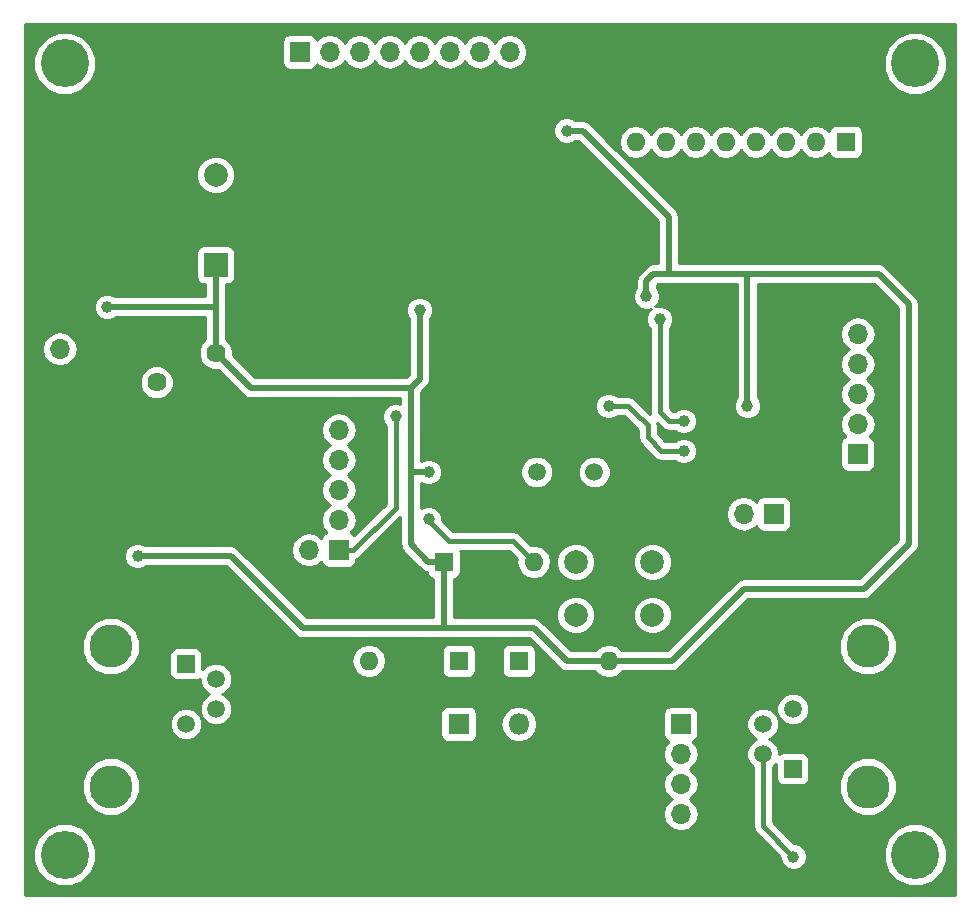
<source format=gbr>
G04 #@! TF.FileFunction,Copper,L2,Bot,Signal*
%FSLAX46Y46*%
G04 Gerber Fmt 4.6, Leading zero omitted, Abs format (unit mm)*
G04 Created by KiCad (PCBNEW 4.0.7-e2-6376~58~ubuntu16.04.1) date Wed Jun 27 11:01:06 2018*
%MOMM*%
%LPD*%
G01*
G04 APERTURE LIST*
%ADD10C,0.100000*%
%ADD11C,3.650000*%
%ADD12R,1.500000X1.500000*%
%ADD13C,1.500000*%
%ADD14R,1.600000X1.600000*%
%ADD15O,1.600000X1.600000*%
%ADD16C,2.000000*%
%ADD17R,2.000000X2.000000*%
%ADD18R,1.700000X1.700000*%
%ADD19O,1.700000X1.700000*%
%ADD20C,1.620000*%
%ADD21R,1.800000X1.800000*%
%ADD22O,1.800000X1.800000*%
%ADD23C,4.064000*%
%ADD24C,1.000000*%
%ADD25C,0.500000*%
%ADD26C,0.400000*%
%ADD27C,0.254000*%
G04 APERTURE END LIST*
D10*
D11*
X248000000Y-115350000D03*
X248000000Y-127220000D03*
D12*
X241650000Y-125730000D03*
D13*
X239110000Y-124460000D03*
X241650000Y-123190000D03*
X239110000Y-121920000D03*
X241650000Y-120650000D03*
X239110000Y-119380000D03*
X241650000Y-118110000D03*
X239110000Y-116840000D03*
D11*
X183912000Y-127220000D03*
X183912000Y-115350000D03*
D12*
X190262000Y-116840000D03*
D13*
X192802000Y-118110000D03*
X190262000Y-119380000D03*
X192802000Y-120650000D03*
X190262000Y-121920000D03*
X192802000Y-123190000D03*
X190262000Y-124460000D03*
X192802000Y-125730000D03*
D14*
X212090000Y-108204000D03*
D15*
X219710000Y-108204000D03*
D16*
X229766000Y-108204000D03*
X229766000Y-112704000D03*
X223266000Y-108204000D03*
X223266000Y-112704000D03*
D13*
X219964000Y-100584000D03*
X224844000Y-100584000D03*
D17*
X192786000Y-83038000D03*
D16*
X192786000Y-75438000D03*
D18*
X203200000Y-107188000D03*
D19*
X200660000Y-107188000D03*
X203200000Y-104648000D03*
X200660000Y-104648000D03*
X203200000Y-102108000D03*
X200660000Y-102108000D03*
X203200000Y-99568000D03*
X200660000Y-99568000D03*
X203200000Y-97028000D03*
X200660000Y-97028000D03*
D14*
X213360000Y-116586000D03*
D15*
X205740000Y-116586000D03*
D14*
X218440000Y-116586000D03*
D15*
X226060000Y-116586000D03*
D18*
X199898000Y-65024000D03*
D19*
X202438000Y-65024000D03*
X204978000Y-65024000D03*
X207518000Y-65024000D03*
X210058000Y-65024000D03*
X212598000Y-65024000D03*
X215138000Y-65024000D03*
X217678000Y-65024000D03*
D18*
X247142000Y-99060000D03*
D19*
X247142000Y-96520000D03*
X247142000Y-93980000D03*
X247142000Y-91440000D03*
X247142000Y-88900000D03*
D18*
X179578000Y-92710000D03*
D19*
X179578000Y-90170000D03*
D18*
X199644000Y-121920000D03*
D19*
X199644000Y-124460000D03*
X199644000Y-127000000D03*
X199644000Y-129540000D03*
D18*
X232156000Y-121920000D03*
D19*
X232156000Y-124460000D03*
X232156000Y-127000000D03*
X232156000Y-129540000D03*
D18*
X240030000Y-104140000D03*
D19*
X237490000Y-104140000D03*
D20*
X192786000Y-95504000D03*
X187786000Y-93004000D03*
X192786000Y-90504000D03*
D14*
X246126000Y-72644000D03*
D15*
X228346000Y-65024000D03*
X243586000Y-72644000D03*
X230886000Y-65024000D03*
X241046000Y-72644000D03*
X233426000Y-65024000D03*
X238506000Y-72644000D03*
X235966000Y-65024000D03*
X235966000Y-72644000D03*
X238506000Y-65024000D03*
X233426000Y-72644000D03*
X241046000Y-65024000D03*
X230886000Y-72644000D03*
X243586000Y-65024000D03*
X228346000Y-72644000D03*
X246126000Y-65024000D03*
D21*
X213360000Y-121920000D03*
D22*
X215900000Y-121920000D03*
X218440000Y-121920000D03*
D23*
X252000000Y-133000000D03*
X180000000Y-133000000D03*
X180000000Y-66000000D03*
X252000000Y-66000000D03*
D24*
X210820000Y-100584000D03*
X186182000Y-107696000D03*
X183578000Y-86614000D03*
X210058000Y-86868000D03*
X222504000Y-71692000D03*
X229235000Y-85725000D03*
X237810000Y-94996000D03*
X210820000Y-104584000D03*
X213868000Y-104584000D03*
X216726000Y-104902000D03*
X215710000Y-111252000D03*
X206058000Y-86868000D03*
X219022000Y-87234000D03*
X233235000Y-85725000D03*
X237810000Y-98806000D03*
X227774000Y-104902000D03*
X232918000Y-104204000D03*
X226060000Y-127320000D03*
X218440000Y-129984000D03*
X213360000Y-129984000D03*
X205740000Y-127320000D03*
X182182000Y-107696000D03*
X182372000Y-99314000D03*
X182372000Y-104714000D03*
X179642000Y-96266000D03*
X181524000Y-77440000D03*
X183624000Y-80234000D03*
X217424000Y-73724000D03*
X219964000Y-73724000D03*
X192532000Y-64516000D03*
X189484000Y-64516000D03*
X186436000Y-64516000D03*
X208026000Y-95885000D03*
X241681000Y-133168106D03*
X226060000Y-94996000D03*
X232410000Y-98806000D03*
X232410000Y-96266000D03*
X230378000Y-87630000D03*
D25*
X229235000Y-85725000D02*
X229235000Y-84425000D01*
X229235000Y-84425000D02*
X229840000Y-83820000D01*
X229840000Y-83820000D02*
X231140000Y-83820000D01*
X200152000Y-113792000D02*
X212090000Y-113792000D01*
X212090000Y-113792000D02*
X213614000Y-113792000D01*
X212090000Y-112268000D02*
X212090000Y-113792000D01*
X194056000Y-107696000D02*
X200152000Y-113792000D01*
X186182000Y-107696000D02*
X194056000Y-107696000D01*
X226060000Y-116586000D02*
X222504000Y-116586000D01*
X222504000Y-116586000D02*
X219710000Y-113792000D01*
X219710000Y-113792000D02*
X213614000Y-113792000D01*
X212090000Y-112268000D02*
X212090000Y-108204000D01*
X209296000Y-106710000D02*
X210790000Y-108204000D01*
X210790000Y-108204000D02*
X212090000Y-108204000D01*
X209296000Y-93472000D02*
X210058000Y-92710000D01*
X210058000Y-92710000D02*
X210058000Y-86868000D01*
X209296000Y-106710000D02*
X209296000Y-100076000D01*
X209296000Y-100076000D02*
X209296000Y-93472000D01*
X210820000Y-100584000D02*
X209470000Y-100584000D01*
X209470000Y-100584000D02*
X209296000Y-100410000D01*
X209296000Y-100410000D02*
X209296000Y-100076000D01*
X209296000Y-93472000D02*
X195754000Y-93472000D01*
X195754000Y-93472000D02*
X192786000Y-90504000D01*
X192786000Y-83038000D02*
X192786000Y-86614000D01*
X192786000Y-86614000D02*
X192786000Y-90504000D01*
X183578000Y-86614000D02*
X192786000Y-86614000D01*
X248920000Y-83820000D02*
X237744000Y-83820000D01*
X237744000Y-83820000D02*
X231140000Y-83820000D01*
X237810000Y-94996000D02*
X237810000Y-83886000D01*
X237810000Y-83886000D02*
X237744000Y-83820000D01*
X222504000Y-71692000D02*
X223854000Y-71692000D01*
X223854000Y-71692000D02*
X231140000Y-78978000D01*
X231140000Y-78978000D02*
X231140000Y-83820000D01*
X226060000Y-116586000D02*
X231394000Y-116586000D01*
X231394000Y-116586000D02*
X237490000Y-110490000D01*
X237490000Y-110490000D02*
X247650000Y-110490000D01*
X247650000Y-110490000D02*
X251460000Y-106680000D01*
X251460000Y-106680000D02*
X251460000Y-86360000D01*
X251460000Y-86360000D02*
X248920000Y-83820000D01*
D26*
X212512000Y-106426000D02*
X217932000Y-106426000D01*
X217932000Y-106426000D02*
X219710000Y-108204000D01*
X210820000Y-104584000D02*
X210820000Y-104734000D01*
X210820000Y-104734000D02*
X212512000Y-106426000D01*
X208026000Y-96427990D02*
X208026000Y-95885000D01*
X208026000Y-96427990D02*
X208026000Y-103612000D01*
X208026000Y-103612000D02*
X204450000Y-107188000D01*
X204450000Y-107188000D02*
X203200000Y-107188000D01*
X239110000Y-124460000D02*
X239110000Y-130597106D01*
X239110000Y-130597106D02*
X241681000Y-133168106D01*
X227711000Y-94996000D02*
X226060000Y-94996000D01*
X232410000Y-98806000D02*
X230505000Y-98806000D01*
X230505000Y-98806000D02*
X229362000Y-97663000D01*
X229362000Y-96647000D02*
X229362000Y-97663000D01*
X228210999Y-95495999D02*
X229362000Y-96647000D01*
X227711000Y-94996000D02*
X228210999Y-95495999D01*
X232410000Y-96266000D02*
X231140000Y-96266000D01*
X231140000Y-96266000D02*
X230378000Y-95504000D01*
X230378000Y-87630000D02*
X230378000Y-95504000D01*
D27*
G36*
X255373000Y-136373000D02*
X176627000Y-136373000D01*
X176627000Y-133528172D01*
X177332538Y-133528172D01*
X177737709Y-134508761D01*
X178487293Y-135259655D01*
X179467173Y-135666536D01*
X180528172Y-135667462D01*
X181508761Y-135262291D01*
X182259655Y-134512707D01*
X182666536Y-133532827D01*
X182667462Y-132471828D01*
X182262291Y-131491239D01*
X181512707Y-130740345D01*
X180532827Y-130333464D01*
X179471828Y-130332538D01*
X178491239Y-130737709D01*
X177740345Y-131487293D01*
X177333464Y-132467173D01*
X177332538Y-133528172D01*
X176627000Y-133528172D01*
X176627000Y-127707177D01*
X181451574Y-127707177D01*
X181825298Y-128611657D01*
X182516703Y-129304270D01*
X183420529Y-129679572D01*
X184399177Y-129680426D01*
X185303657Y-129306702D01*
X185996270Y-128615297D01*
X186371572Y-127711471D01*
X186372426Y-126732823D01*
X185998702Y-125828343D01*
X185307297Y-125135730D01*
X184403471Y-124760428D01*
X183424823Y-124759574D01*
X182520343Y-125133298D01*
X181827730Y-125824703D01*
X181452428Y-126728529D01*
X181451574Y-127707177D01*
X176627000Y-127707177D01*
X176627000Y-124460000D01*
X230641907Y-124460000D01*
X230754946Y-125028285D01*
X231076853Y-125510054D01*
X231406026Y-125730000D01*
X231076853Y-125949946D01*
X230754946Y-126431715D01*
X230641907Y-127000000D01*
X230754946Y-127568285D01*
X231076853Y-128050054D01*
X231406026Y-128270000D01*
X231076853Y-128489946D01*
X230754946Y-128971715D01*
X230641907Y-129540000D01*
X230754946Y-130108285D01*
X231076853Y-130590054D01*
X231558622Y-130911961D01*
X232126907Y-131025000D01*
X232185093Y-131025000D01*
X232753378Y-130911961D01*
X233235147Y-130590054D01*
X233557054Y-130108285D01*
X233670093Y-129540000D01*
X233557054Y-128971715D01*
X233235147Y-128489946D01*
X232905974Y-128270000D01*
X233235147Y-128050054D01*
X233557054Y-127568285D01*
X233670093Y-127000000D01*
X233557054Y-126431715D01*
X233235147Y-125949946D01*
X232905974Y-125730000D01*
X233235147Y-125510054D01*
X233557054Y-125028285D01*
X233670093Y-124460000D01*
X233557054Y-123891715D01*
X233235147Y-123409946D01*
X233193548Y-123382150D01*
X233241317Y-123373162D01*
X233457441Y-123234090D01*
X233602431Y-123021890D01*
X233653440Y-122770000D01*
X233653440Y-122194285D01*
X237724760Y-122194285D01*
X237935169Y-122703515D01*
X238324436Y-123093461D01*
X238556870Y-123189976D01*
X238326485Y-123285169D01*
X237936539Y-123674436D01*
X237725241Y-124183298D01*
X237724760Y-124734285D01*
X237935169Y-125243515D01*
X238275000Y-125583939D01*
X238275000Y-130597106D01*
X238338561Y-130916647D01*
X238519566Y-131187540D01*
X240545959Y-133213933D01*
X240545803Y-133392881D01*
X240718233Y-133810192D01*
X241037235Y-134129751D01*
X241454244Y-134302909D01*
X241905775Y-134303303D01*
X242323086Y-134130873D01*
X242642645Y-133811871D01*
X242760447Y-133528172D01*
X249332538Y-133528172D01*
X249737709Y-134508761D01*
X250487293Y-135259655D01*
X251467173Y-135666536D01*
X252528172Y-135667462D01*
X253508761Y-135262291D01*
X254259655Y-134512707D01*
X254666536Y-133532827D01*
X254667462Y-132471828D01*
X254262291Y-131491239D01*
X253512707Y-130740345D01*
X252532827Y-130333464D01*
X251471828Y-130332538D01*
X250491239Y-130737709D01*
X249740345Y-131487293D01*
X249333464Y-132467173D01*
X249332538Y-133528172D01*
X242760447Y-133528172D01*
X242815803Y-133394862D01*
X242816197Y-132943331D01*
X242643767Y-132526020D01*
X242324765Y-132206461D01*
X241907756Y-132033303D01*
X241726907Y-132033145D01*
X239945000Y-130251238D01*
X239945000Y-127707177D01*
X245539574Y-127707177D01*
X245913298Y-128611657D01*
X246604703Y-129304270D01*
X247508529Y-129679572D01*
X248487177Y-129680426D01*
X249391657Y-129306702D01*
X250084270Y-128615297D01*
X250459572Y-127711471D01*
X250460426Y-126732823D01*
X250086702Y-125828343D01*
X249395297Y-125135730D01*
X248491471Y-124760428D01*
X247512823Y-124759574D01*
X246608343Y-125133298D01*
X245915730Y-125824703D01*
X245540428Y-126728529D01*
X245539574Y-127707177D01*
X239945000Y-127707177D01*
X239945000Y-125583436D01*
X240252560Y-125276411D01*
X240252560Y-126480000D01*
X240296838Y-126715317D01*
X240435910Y-126931441D01*
X240648110Y-127076431D01*
X240900000Y-127127440D01*
X242400000Y-127127440D01*
X242635317Y-127083162D01*
X242851441Y-126944090D01*
X242996431Y-126731890D01*
X243047440Y-126480000D01*
X243047440Y-124980000D01*
X243003162Y-124744683D01*
X242864090Y-124528559D01*
X242651890Y-124383569D01*
X242400000Y-124332560D01*
X240900000Y-124332560D01*
X240664683Y-124376838D01*
X240494978Y-124486040D01*
X240495240Y-124185715D01*
X240284831Y-123676485D01*
X239895564Y-123286539D01*
X239663130Y-123190024D01*
X239893515Y-123094831D01*
X240283461Y-122705564D01*
X240494759Y-122196702D01*
X240495240Y-121645715D01*
X240284831Y-121136485D01*
X240073001Y-120924285D01*
X240264760Y-120924285D01*
X240475169Y-121433515D01*
X240864436Y-121823461D01*
X241373298Y-122034759D01*
X241924285Y-122035240D01*
X242433515Y-121824831D01*
X242823461Y-121435564D01*
X243034759Y-120926702D01*
X243035240Y-120375715D01*
X242824831Y-119866485D01*
X242435564Y-119476539D01*
X241926702Y-119265241D01*
X241375715Y-119264760D01*
X240866485Y-119475169D01*
X240476539Y-119864436D01*
X240265241Y-120373298D01*
X240264760Y-120924285D01*
X240073001Y-120924285D01*
X239895564Y-120746539D01*
X239386702Y-120535241D01*
X238835715Y-120534760D01*
X238326485Y-120745169D01*
X237936539Y-121134436D01*
X237725241Y-121643298D01*
X237724760Y-122194285D01*
X233653440Y-122194285D01*
X233653440Y-121070000D01*
X233609162Y-120834683D01*
X233470090Y-120618559D01*
X233257890Y-120473569D01*
X233006000Y-120422560D01*
X231306000Y-120422560D01*
X231070683Y-120466838D01*
X230854559Y-120605910D01*
X230709569Y-120818110D01*
X230658560Y-121070000D01*
X230658560Y-122770000D01*
X230702838Y-123005317D01*
X230841910Y-123221441D01*
X231054110Y-123366431D01*
X231121541Y-123380086D01*
X231076853Y-123409946D01*
X230754946Y-123891715D01*
X230641907Y-124460000D01*
X176627000Y-124460000D01*
X176627000Y-122194285D01*
X188876760Y-122194285D01*
X189087169Y-122703515D01*
X189476436Y-123093461D01*
X189985298Y-123304759D01*
X190536285Y-123305240D01*
X191045515Y-123094831D01*
X191435461Y-122705564D01*
X191646759Y-122196702D01*
X191647240Y-121645715D01*
X191436831Y-121136485D01*
X191047564Y-120746539D01*
X190538702Y-120535241D01*
X189987715Y-120534760D01*
X189478485Y-120745169D01*
X189088539Y-121134436D01*
X188877241Y-121643298D01*
X188876760Y-122194285D01*
X176627000Y-122194285D01*
X176627000Y-115837177D01*
X181451574Y-115837177D01*
X181825298Y-116741657D01*
X182516703Y-117434270D01*
X183420529Y-117809572D01*
X184399177Y-117810426D01*
X185303657Y-117436702D01*
X185996270Y-116745297D01*
X186268373Y-116090000D01*
X188864560Y-116090000D01*
X188864560Y-117590000D01*
X188908838Y-117825317D01*
X189047910Y-118041441D01*
X189260110Y-118186431D01*
X189512000Y-118237440D01*
X191012000Y-118237440D01*
X191247317Y-118193162D01*
X191417022Y-118083960D01*
X191416760Y-118384285D01*
X191627169Y-118893515D01*
X192016436Y-119283461D01*
X192248870Y-119379976D01*
X192018485Y-119475169D01*
X191628539Y-119864436D01*
X191417241Y-120373298D01*
X191416760Y-120924285D01*
X191627169Y-121433515D01*
X192016436Y-121823461D01*
X192525298Y-122034759D01*
X193076285Y-122035240D01*
X193585515Y-121824831D01*
X193975461Y-121435564D01*
X194148018Y-121020000D01*
X211812560Y-121020000D01*
X211812560Y-122820000D01*
X211856838Y-123055317D01*
X211995910Y-123271441D01*
X212208110Y-123416431D01*
X212460000Y-123467440D01*
X214260000Y-123467440D01*
X214495317Y-123423162D01*
X214711441Y-123284090D01*
X214856431Y-123071890D01*
X214907440Y-122820000D01*
X214907440Y-121920000D01*
X216874928Y-121920000D01*
X216991773Y-122507419D01*
X217324519Y-123005409D01*
X217822509Y-123338155D01*
X218409928Y-123455000D01*
X218470072Y-123455000D01*
X219057491Y-123338155D01*
X219555481Y-123005409D01*
X219888227Y-122507419D01*
X220005072Y-121920000D01*
X219888227Y-121332581D01*
X219555481Y-120834591D01*
X219057491Y-120501845D01*
X218470072Y-120385000D01*
X218409928Y-120385000D01*
X217822509Y-120501845D01*
X217324519Y-120834591D01*
X216991773Y-121332581D01*
X216874928Y-121920000D01*
X214907440Y-121920000D01*
X214907440Y-121020000D01*
X214863162Y-120784683D01*
X214724090Y-120568559D01*
X214511890Y-120423569D01*
X214260000Y-120372560D01*
X212460000Y-120372560D01*
X212224683Y-120416838D01*
X212008559Y-120555910D01*
X211863569Y-120768110D01*
X211812560Y-121020000D01*
X194148018Y-121020000D01*
X194186759Y-120926702D01*
X194187240Y-120375715D01*
X193976831Y-119866485D01*
X193587564Y-119476539D01*
X193355130Y-119380024D01*
X193585515Y-119284831D01*
X193975461Y-118895564D01*
X194186759Y-118386702D01*
X194187240Y-117835715D01*
X193976831Y-117326485D01*
X193587564Y-116936539D01*
X193078702Y-116725241D01*
X192527715Y-116724760D01*
X192018485Y-116935169D01*
X191659440Y-117293589D01*
X191659440Y-116586000D01*
X204276887Y-116586000D01*
X204386120Y-117135151D01*
X204697189Y-117600698D01*
X205162736Y-117911767D01*
X205711887Y-118021000D01*
X205768113Y-118021000D01*
X206317264Y-117911767D01*
X206782811Y-117600698D01*
X207093880Y-117135151D01*
X207203113Y-116586000D01*
X207093880Y-116036849D01*
X206926268Y-115786000D01*
X211912560Y-115786000D01*
X211912560Y-117386000D01*
X211956838Y-117621317D01*
X212095910Y-117837441D01*
X212308110Y-117982431D01*
X212560000Y-118033440D01*
X214160000Y-118033440D01*
X214395317Y-117989162D01*
X214611441Y-117850090D01*
X214756431Y-117637890D01*
X214807440Y-117386000D01*
X214807440Y-115786000D01*
X216992560Y-115786000D01*
X216992560Y-117386000D01*
X217036838Y-117621317D01*
X217175910Y-117837441D01*
X217388110Y-117982431D01*
X217640000Y-118033440D01*
X219240000Y-118033440D01*
X219475317Y-117989162D01*
X219691441Y-117850090D01*
X219836431Y-117637890D01*
X219887440Y-117386000D01*
X219887440Y-115786000D01*
X219843162Y-115550683D01*
X219704090Y-115334559D01*
X219491890Y-115189569D01*
X219240000Y-115138560D01*
X217640000Y-115138560D01*
X217404683Y-115182838D01*
X217188559Y-115321910D01*
X217043569Y-115534110D01*
X216992560Y-115786000D01*
X214807440Y-115786000D01*
X214763162Y-115550683D01*
X214624090Y-115334559D01*
X214411890Y-115189569D01*
X214160000Y-115138560D01*
X212560000Y-115138560D01*
X212324683Y-115182838D01*
X212108559Y-115321910D01*
X211963569Y-115534110D01*
X211912560Y-115786000D01*
X206926268Y-115786000D01*
X206782811Y-115571302D01*
X206317264Y-115260233D01*
X205768113Y-115151000D01*
X205711887Y-115151000D01*
X205162736Y-115260233D01*
X204697189Y-115571302D01*
X204386120Y-116036849D01*
X204276887Y-116586000D01*
X191659440Y-116586000D01*
X191659440Y-116090000D01*
X191615162Y-115854683D01*
X191476090Y-115638559D01*
X191263890Y-115493569D01*
X191012000Y-115442560D01*
X189512000Y-115442560D01*
X189276683Y-115486838D01*
X189060559Y-115625910D01*
X188915569Y-115838110D01*
X188864560Y-116090000D01*
X186268373Y-116090000D01*
X186371572Y-115841471D01*
X186372426Y-114862823D01*
X185998702Y-113958343D01*
X185307297Y-113265730D01*
X184403471Y-112890428D01*
X183424823Y-112889574D01*
X182520343Y-113263298D01*
X181827730Y-113954703D01*
X181452428Y-114858529D01*
X181451574Y-115837177D01*
X176627000Y-115837177D01*
X176627000Y-93290167D01*
X186340750Y-93290167D01*
X186560275Y-93821457D01*
X186966405Y-94228297D01*
X187497311Y-94448748D01*
X188072167Y-94449250D01*
X188603457Y-94229725D01*
X189010297Y-93823595D01*
X189230748Y-93292689D01*
X189231250Y-92717833D01*
X189011725Y-92186543D01*
X188605595Y-91779703D01*
X188074689Y-91559252D01*
X187499833Y-91558750D01*
X186968543Y-91778275D01*
X186561703Y-92184405D01*
X186341252Y-92715311D01*
X186340750Y-93290167D01*
X176627000Y-93290167D01*
X176627000Y-90170000D01*
X178063907Y-90170000D01*
X178176946Y-90738285D01*
X178498853Y-91220054D01*
X178980622Y-91541961D01*
X179548907Y-91655000D01*
X179607093Y-91655000D01*
X180175378Y-91541961D01*
X180657147Y-91220054D01*
X180979054Y-90738285D01*
X181092093Y-90170000D01*
X180979054Y-89601715D01*
X180657147Y-89119946D01*
X180175378Y-88798039D01*
X179607093Y-88685000D01*
X179548907Y-88685000D01*
X178980622Y-88798039D01*
X178498853Y-89119946D01*
X178176946Y-89601715D01*
X178063907Y-90170000D01*
X176627000Y-90170000D01*
X176627000Y-86838775D01*
X182442803Y-86838775D01*
X182615233Y-87256086D01*
X182934235Y-87575645D01*
X183351244Y-87748803D01*
X183802775Y-87749197D01*
X184220086Y-87576767D01*
X184297989Y-87499000D01*
X191901000Y-87499000D01*
X191901000Y-89345700D01*
X191561703Y-89684405D01*
X191341252Y-90215311D01*
X191340750Y-90790167D01*
X191560275Y-91321457D01*
X191966405Y-91728297D01*
X192497311Y-91948748D01*
X192979589Y-91949169D01*
X195128208Y-94097787D01*
X195128210Y-94097790D01*
X195415325Y-94289633D01*
X195471516Y-94300810D01*
X195754000Y-94357001D01*
X195754005Y-94357000D01*
X208411000Y-94357000D01*
X208411000Y-94815906D01*
X208252756Y-94750197D01*
X207801225Y-94749803D01*
X207383914Y-94922233D01*
X207064355Y-95241235D01*
X206891197Y-95658244D01*
X206890803Y-96109775D01*
X207063233Y-96527086D01*
X207191000Y-96655076D01*
X207191000Y-103266132D01*
X204536205Y-105920927D01*
X204514090Y-105886559D01*
X204301890Y-105741569D01*
X204234459Y-105727914D01*
X204279147Y-105698054D01*
X204601054Y-105216285D01*
X204714093Y-104648000D01*
X204601054Y-104079715D01*
X204279147Y-103597946D01*
X203949974Y-103378000D01*
X204279147Y-103158054D01*
X204601054Y-102676285D01*
X204714093Y-102108000D01*
X204601054Y-101539715D01*
X204279147Y-101057946D01*
X203949974Y-100838000D01*
X204279147Y-100618054D01*
X204601054Y-100136285D01*
X204714093Y-99568000D01*
X204601054Y-98999715D01*
X204279147Y-98517946D01*
X203949974Y-98298000D01*
X204279147Y-98078054D01*
X204601054Y-97596285D01*
X204714093Y-97028000D01*
X204601054Y-96459715D01*
X204279147Y-95977946D01*
X203797378Y-95656039D01*
X203229093Y-95543000D01*
X203170907Y-95543000D01*
X202602622Y-95656039D01*
X202120853Y-95977946D01*
X201798946Y-96459715D01*
X201685907Y-97028000D01*
X201798946Y-97596285D01*
X202120853Y-98078054D01*
X202450026Y-98298000D01*
X202120853Y-98517946D01*
X201798946Y-98999715D01*
X201685907Y-99568000D01*
X201798946Y-100136285D01*
X202120853Y-100618054D01*
X202450026Y-100838000D01*
X202120853Y-101057946D01*
X201798946Y-101539715D01*
X201685907Y-102108000D01*
X201798946Y-102676285D01*
X202120853Y-103158054D01*
X202450026Y-103378000D01*
X202120853Y-103597946D01*
X201798946Y-104079715D01*
X201685907Y-104648000D01*
X201798946Y-105216285D01*
X202120853Y-105698054D01*
X202162452Y-105725850D01*
X202114683Y-105734838D01*
X201898559Y-105873910D01*
X201753569Y-106086110D01*
X201742159Y-106142454D01*
X201739147Y-106137946D01*
X201257378Y-105816039D01*
X200689093Y-105703000D01*
X200630907Y-105703000D01*
X200062622Y-105816039D01*
X199580853Y-106137946D01*
X199258946Y-106619715D01*
X199145907Y-107188000D01*
X199258946Y-107756285D01*
X199580853Y-108238054D01*
X200062622Y-108559961D01*
X200630907Y-108673000D01*
X200689093Y-108673000D01*
X201257378Y-108559961D01*
X201739147Y-108238054D01*
X201739971Y-108236821D01*
X201746838Y-108273317D01*
X201885910Y-108489441D01*
X202098110Y-108634431D01*
X202350000Y-108685440D01*
X204050000Y-108685440D01*
X204285317Y-108641162D01*
X204501441Y-108502090D01*
X204646431Y-108289890D01*
X204697440Y-108038000D01*
X204697440Y-107973781D01*
X204769541Y-107959439D01*
X205040434Y-107778434D01*
X208411000Y-104407868D01*
X208411000Y-106709995D01*
X208410999Y-106710000D01*
X208444490Y-106878367D01*
X208478367Y-107048675D01*
X208650164Y-107305789D01*
X208670210Y-107335790D01*
X210164208Y-108829787D01*
X210164210Y-108829790D01*
X210451325Y-109021633D01*
X210507516Y-109032810D01*
X210653443Y-109061837D01*
X210686838Y-109239317D01*
X210825910Y-109455441D01*
X211038110Y-109600431D01*
X211205000Y-109634227D01*
X211205000Y-112907000D01*
X200518579Y-112907000D01*
X194681790Y-107070210D01*
X194601308Y-107016434D01*
X194394675Y-106878367D01*
X194338484Y-106867190D01*
X194056000Y-106810999D01*
X194055995Y-106811000D01*
X186902276Y-106811000D01*
X186825765Y-106734355D01*
X186408756Y-106561197D01*
X185957225Y-106560803D01*
X185539914Y-106733233D01*
X185220355Y-107052235D01*
X185047197Y-107469244D01*
X185046803Y-107920775D01*
X185219233Y-108338086D01*
X185538235Y-108657645D01*
X185955244Y-108830803D01*
X186406775Y-108831197D01*
X186824086Y-108658767D01*
X186901989Y-108581000D01*
X193689420Y-108581000D01*
X199526208Y-114417787D01*
X199526210Y-114417790D01*
X199813325Y-114609633D01*
X199869516Y-114620810D01*
X200152000Y-114677001D01*
X200152005Y-114677000D01*
X219343420Y-114677000D01*
X221878208Y-117211787D01*
X221878210Y-117211790D01*
X222165325Y-117403633D01*
X222221516Y-117414810D01*
X222504000Y-117471001D01*
X222504005Y-117471000D01*
X224930527Y-117471000D01*
X225017189Y-117600698D01*
X225482736Y-117911767D01*
X226031887Y-118021000D01*
X226088113Y-118021000D01*
X226637264Y-117911767D01*
X227102811Y-117600698D01*
X227189473Y-117471000D01*
X231393995Y-117471000D01*
X231394000Y-117471001D01*
X231676484Y-117414810D01*
X231732675Y-117403633D01*
X232019790Y-117211790D01*
X233394402Y-115837177D01*
X245539574Y-115837177D01*
X245913298Y-116741657D01*
X246604703Y-117434270D01*
X247508529Y-117809572D01*
X248487177Y-117810426D01*
X249391657Y-117436702D01*
X250084270Y-116745297D01*
X250459572Y-115841471D01*
X250460426Y-114862823D01*
X250086702Y-113958343D01*
X249395297Y-113265730D01*
X248491471Y-112890428D01*
X247512823Y-112889574D01*
X246608343Y-113263298D01*
X245915730Y-113954703D01*
X245540428Y-114858529D01*
X245539574Y-115837177D01*
X233394402Y-115837177D01*
X237856579Y-111375000D01*
X247649995Y-111375000D01*
X247650000Y-111375001D01*
X247941051Y-111317106D01*
X247988675Y-111307633D01*
X248275790Y-111115790D01*
X248275791Y-111115789D01*
X252085787Y-107305792D01*
X252085790Y-107305790D01*
X252277633Y-107018675D01*
X252307513Y-106868459D01*
X252345001Y-106680000D01*
X252345000Y-106679995D01*
X252345000Y-86360000D01*
X252277633Y-86021325D01*
X252085790Y-85734210D01*
X252085787Y-85734208D01*
X249545790Y-83194210D01*
X249258675Y-83002367D01*
X249202484Y-82991190D01*
X248920000Y-82934999D01*
X248919995Y-82935000D01*
X237744005Y-82935000D01*
X237744000Y-82934999D01*
X237743995Y-82935000D01*
X232025000Y-82935000D01*
X232025000Y-78978005D01*
X232025001Y-78978000D01*
X231957633Y-78639326D01*
X231957633Y-78639325D01*
X231765790Y-78352210D01*
X231765787Y-78352208D01*
X226029467Y-72615887D01*
X226911000Y-72615887D01*
X226911000Y-72672113D01*
X227020233Y-73221264D01*
X227331302Y-73686811D01*
X227796849Y-73997880D01*
X228346000Y-74107113D01*
X228895151Y-73997880D01*
X229360698Y-73686811D01*
X229616000Y-73304725D01*
X229871302Y-73686811D01*
X230336849Y-73997880D01*
X230886000Y-74107113D01*
X231435151Y-73997880D01*
X231900698Y-73686811D01*
X232156000Y-73304725D01*
X232411302Y-73686811D01*
X232876849Y-73997880D01*
X233426000Y-74107113D01*
X233975151Y-73997880D01*
X234440698Y-73686811D01*
X234696000Y-73304725D01*
X234951302Y-73686811D01*
X235416849Y-73997880D01*
X235966000Y-74107113D01*
X236515151Y-73997880D01*
X236980698Y-73686811D01*
X237236000Y-73304725D01*
X237491302Y-73686811D01*
X237956849Y-73997880D01*
X238506000Y-74107113D01*
X239055151Y-73997880D01*
X239520698Y-73686811D01*
X239776000Y-73304725D01*
X240031302Y-73686811D01*
X240496849Y-73997880D01*
X241046000Y-74107113D01*
X241595151Y-73997880D01*
X242060698Y-73686811D01*
X242316000Y-73304725D01*
X242571302Y-73686811D01*
X243036849Y-73997880D01*
X243586000Y-74107113D01*
X244135151Y-73997880D01*
X244600698Y-73686811D01*
X244697101Y-73542535D01*
X244722838Y-73679317D01*
X244861910Y-73895441D01*
X245074110Y-74040431D01*
X245326000Y-74091440D01*
X246926000Y-74091440D01*
X247161317Y-74047162D01*
X247377441Y-73908090D01*
X247522431Y-73695890D01*
X247573440Y-73444000D01*
X247573440Y-71844000D01*
X247529162Y-71608683D01*
X247390090Y-71392559D01*
X247177890Y-71247569D01*
X246926000Y-71196560D01*
X245326000Y-71196560D01*
X245090683Y-71240838D01*
X244874559Y-71379910D01*
X244729569Y-71592110D01*
X244698185Y-71747089D01*
X244600698Y-71601189D01*
X244135151Y-71290120D01*
X243586000Y-71180887D01*
X243036849Y-71290120D01*
X242571302Y-71601189D01*
X242316000Y-71983275D01*
X242060698Y-71601189D01*
X241595151Y-71290120D01*
X241046000Y-71180887D01*
X240496849Y-71290120D01*
X240031302Y-71601189D01*
X239776000Y-71983275D01*
X239520698Y-71601189D01*
X239055151Y-71290120D01*
X238506000Y-71180887D01*
X237956849Y-71290120D01*
X237491302Y-71601189D01*
X237236000Y-71983275D01*
X236980698Y-71601189D01*
X236515151Y-71290120D01*
X235966000Y-71180887D01*
X235416849Y-71290120D01*
X234951302Y-71601189D01*
X234696000Y-71983275D01*
X234440698Y-71601189D01*
X233975151Y-71290120D01*
X233426000Y-71180887D01*
X232876849Y-71290120D01*
X232411302Y-71601189D01*
X232156000Y-71983275D01*
X231900698Y-71601189D01*
X231435151Y-71290120D01*
X230886000Y-71180887D01*
X230336849Y-71290120D01*
X229871302Y-71601189D01*
X229616000Y-71983275D01*
X229360698Y-71601189D01*
X228895151Y-71290120D01*
X228346000Y-71180887D01*
X227796849Y-71290120D01*
X227331302Y-71601189D01*
X227020233Y-72066736D01*
X226911000Y-72615887D01*
X226029467Y-72615887D01*
X224479790Y-71066210D01*
X224452888Y-71048235D01*
X224192675Y-70874367D01*
X224136484Y-70863190D01*
X223854000Y-70806999D01*
X223853995Y-70807000D01*
X223224276Y-70807000D01*
X223147765Y-70730355D01*
X222730756Y-70557197D01*
X222279225Y-70556803D01*
X221861914Y-70729233D01*
X221542355Y-71048235D01*
X221369197Y-71465244D01*
X221368803Y-71916775D01*
X221541233Y-72334086D01*
X221860235Y-72653645D01*
X222277244Y-72826803D01*
X222728775Y-72827197D01*
X223146086Y-72654767D01*
X223223989Y-72577000D01*
X223487420Y-72577000D01*
X230255000Y-79344579D01*
X230255000Y-82935000D01*
X229840005Y-82935000D01*
X229840000Y-82934999D01*
X229508197Y-83001000D01*
X229501325Y-83002367D01*
X229214210Y-83194210D01*
X229214208Y-83194213D01*
X228609210Y-83799210D01*
X228417367Y-84086325D01*
X228417367Y-84086326D01*
X228349999Y-84425000D01*
X228350000Y-84425005D01*
X228350000Y-85004724D01*
X228273355Y-85081235D01*
X228100197Y-85498244D01*
X228099803Y-85949775D01*
X228272233Y-86367086D01*
X228591235Y-86686645D01*
X229008244Y-86859803D01*
X229459775Y-86860197D01*
X229601116Y-86801796D01*
X229416355Y-86986235D01*
X229243197Y-87403244D01*
X229242803Y-87854775D01*
X229415233Y-88272086D01*
X229543000Y-88400076D01*
X229543000Y-95504000D01*
X229578540Y-95682672D01*
X228301434Y-94405566D01*
X228224131Y-94353914D01*
X228030541Y-94224561D01*
X227711000Y-94161000D01*
X226830189Y-94161000D01*
X226703765Y-94034355D01*
X226286756Y-93861197D01*
X225835225Y-93860803D01*
X225417914Y-94033233D01*
X225098355Y-94352235D01*
X224925197Y-94769244D01*
X224924803Y-95220775D01*
X225097233Y-95638086D01*
X225416235Y-95957645D01*
X225833244Y-96130803D01*
X226284775Y-96131197D01*
X226702086Y-95958767D01*
X226830076Y-95831000D01*
X227365132Y-95831000D01*
X228527000Y-96992868D01*
X228527000Y-97663000D01*
X228590561Y-97982541D01*
X228605568Y-98005000D01*
X228771566Y-98253434D01*
X229914566Y-99396434D01*
X230185459Y-99577439D01*
X230505000Y-99641000D01*
X231639811Y-99641000D01*
X231766235Y-99767645D01*
X232183244Y-99940803D01*
X232634775Y-99941197D01*
X233052086Y-99768767D01*
X233371645Y-99449765D01*
X233544803Y-99032756D01*
X233545197Y-98581225D01*
X233372767Y-98163914D01*
X233053765Y-97844355D01*
X232636756Y-97671197D01*
X232185225Y-97670803D01*
X231767914Y-97843233D01*
X231639924Y-97971000D01*
X230850868Y-97971000D01*
X230197000Y-97317132D01*
X230197000Y-96647000D01*
X230161460Y-96468328D01*
X230549566Y-96856434D01*
X230820460Y-97037440D01*
X231140000Y-97101000D01*
X231639811Y-97101000D01*
X231766235Y-97227645D01*
X232183244Y-97400803D01*
X232634775Y-97401197D01*
X233052086Y-97228767D01*
X233371645Y-96909765D01*
X233544803Y-96492756D01*
X233545197Y-96041225D01*
X233372767Y-95623914D01*
X233053765Y-95304355D01*
X232636756Y-95131197D01*
X232185225Y-95130803D01*
X231767914Y-95303233D01*
X231639924Y-95431000D01*
X231485868Y-95431000D01*
X231213000Y-95158132D01*
X231213000Y-88400189D01*
X231339645Y-88273765D01*
X231512803Y-87856756D01*
X231513197Y-87405225D01*
X231340767Y-86987914D01*
X231021765Y-86668355D01*
X230604756Y-86495197D01*
X230153225Y-86494803D01*
X230011884Y-86553204D01*
X230196645Y-86368765D01*
X230369803Y-85951756D01*
X230370197Y-85500225D01*
X230197767Y-85082914D01*
X230120000Y-85005011D01*
X230120000Y-84791580D01*
X230206579Y-84705000D01*
X236925000Y-84705000D01*
X236925000Y-94275724D01*
X236848355Y-94352235D01*
X236675197Y-94769244D01*
X236674803Y-95220775D01*
X236847233Y-95638086D01*
X237166235Y-95957645D01*
X237583244Y-96130803D01*
X238034775Y-96131197D01*
X238452086Y-95958767D01*
X238771645Y-95639765D01*
X238944803Y-95222756D01*
X238945197Y-94771225D01*
X238772767Y-94353914D01*
X238695000Y-94276011D01*
X238695000Y-88900000D01*
X245627907Y-88900000D01*
X245740946Y-89468285D01*
X246062853Y-89950054D01*
X246392026Y-90170000D01*
X246062853Y-90389946D01*
X245740946Y-90871715D01*
X245627907Y-91440000D01*
X245740946Y-92008285D01*
X246062853Y-92490054D01*
X246392026Y-92710000D01*
X246062853Y-92929946D01*
X245740946Y-93411715D01*
X245627907Y-93980000D01*
X245740946Y-94548285D01*
X246062853Y-95030054D01*
X246392026Y-95250000D01*
X246062853Y-95469946D01*
X245740946Y-95951715D01*
X245627907Y-96520000D01*
X245740946Y-97088285D01*
X246062853Y-97570054D01*
X246104452Y-97597850D01*
X246056683Y-97606838D01*
X245840559Y-97745910D01*
X245695569Y-97958110D01*
X245644560Y-98210000D01*
X245644560Y-99910000D01*
X245688838Y-100145317D01*
X245827910Y-100361441D01*
X246040110Y-100506431D01*
X246292000Y-100557440D01*
X247992000Y-100557440D01*
X248227317Y-100513162D01*
X248443441Y-100374090D01*
X248588431Y-100161890D01*
X248639440Y-99910000D01*
X248639440Y-98210000D01*
X248595162Y-97974683D01*
X248456090Y-97758559D01*
X248243890Y-97613569D01*
X248176459Y-97599914D01*
X248221147Y-97570054D01*
X248543054Y-97088285D01*
X248656093Y-96520000D01*
X248543054Y-95951715D01*
X248221147Y-95469946D01*
X247891974Y-95250000D01*
X248221147Y-95030054D01*
X248543054Y-94548285D01*
X248656093Y-93980000D01*
X248543054Y-93411715D01*
X248221147Y-92929946D01*
X247891974Y-92710000D01*
X248221147Y-92490054D01*
X248543054Y-92008285D01*
X248656093Y-91440000D01*
X248543054Y-90871715D01*
X248221147Y-90389946D01*
X247891974Y-90170000D01*
X248221147Y-89950054D01*
X248543054Y-89468285D01*
X248656093Y-88900000D01*
X248543054Y-88331715D01*
X248221147Y-87849946D01*
X247739378Y-87528039D01*
X247171093Y-87415000D01*
X247112907Y-87415000D01*
X246544622Y-87528039D01*
X246062853Y-87849946D01*
X245740946Y-88331715D01*
X245627907Y-88900000D01*
X238695000Y-88900000D01*
X238695000Y-84705000D01*
X248553420Y-84705000D01*
X250575000Y-86726579D01*
X250575000Y-106313421D01*
X247283420Y-109605000D01*
X237490005Y-109605000D01*
X237490000Y-109604999D01*
X237207516Y-109661190D01*
X237151325Y-109672367D01*
X236864210Y-109864210D01*
X236864208Y-109864213D01*
X231027420Y-115701000D01*
X227189473Y-115701000D01*
X227102811Y-115571302D01*
X226637264Y-115260233D01*
X226088113Y-115151000D01*
X226031887Y-115151000D01*
X225482736Y-115260233D01*
X225017189Y-115571302D01*
X224930527Y-115701000D01*
X222870579Y-115701000D01*
X220335790Y-113166210D01*
X220215197Y-113085633D01*
X220128636Y-113027795D01*
X221630716Y-113027795D01*
X221879106Y-113628943D01*
X222338637Y-114089278D01*
X222939352Y-114338716D01*
X223589795Y-114339284D01*
X224190943Y-114090894D01*
X224651278Y-113631363D01*
X224900716Y-113030648D01*
X224900718Y-113027795D01*
X228130716Y-113027795D01*
X228379106Y-113628943D01*
X228838637Y-114089278D01*
X229439352Y-114338716D01*
X230089795Y-114339284D01*
X230690943Y-114090894D01*
X231151278Y-113631363D01*
X231400716Y-113030648D01*
X231401284Y-112380205D01*
X231152894Y-111779057D01*
X230693363Y-111318722D01*
X230092648Y-111069284D01*
X229442205Y-111068716D01*
X228841057Y-111317106D01*
X228380722Y-111776637D01*
X228131284Y-112377352D01*
X228130716Y-113027795D01*
X224900718Y-113027795D01*
X224901284Y-112380205D01*
X224652894Y-111779057D01*
X224193363Y-111318722D01*
X223592648Y-111069284D01*
X222942205Y-111068716D01*
X222341057Y-111317106D01*
X221880722Y-111776637D01*
X221631284Y-112377352D01*
X221630716Y-113027795D01*
X220128636Y-113027795D01*
X220048675Y-112974367D01*
X219992484Y-112963190D01*
X219710000Y-112906999D01*
X219709995Y-112907000D01*
X212975000Y-112907000D01*
X212975000Y-109635446D01*
X213125317Y-109607162D01*
X213341441Y-109468090D01*
X213486431Y-109255890D01*
X213537440Y-109004000D01*
X213537440Y-107404000D01*
X213510533Y-107261000D01*
X217586132Y-107261000D01*
X218293714Y-107968582D01*
X218246887Y-108204000D01*
X218356120Y-108753151D01*
X218667189Y-109218698D01*
X219132736Y-109529767D01*
X219681887Y-109639000D01*
X219738113Y-109639000D01*
X220287264Y-109529767D01*
X220752811Y-109218698D01*
X221063880Y-108753151D01*
X221108706Y-108527795D01*
X221630716Y-108527795D01*
X221879106Y-109128943D01*
X222338637Y-109589278D01*
X222939352Y-109838716D01*
X223589795Y-109839284D01*
X224190943Y-109590894D01*
X224651278Y-109131363D01*
X224900716Y-108530648D01*
X224900718Y-108527795D01*
X228130716Y-108527795D01*
X228379106Y-109128943D01*
X228838637Y-109589278D01*
X229439352Y-109838716D01*
X230089795Y-109839284D01*
X230690943Y-109590894D01*
X231151278Y-109131363D01*
X231400716Y-108530648D01*
X231401284Y-107880205D01*
X231152894Y-107279057D01*
X230693363Y-106818722D01*
X230092648Y-106569284D01*
X229442205Y-106568716D01*
X228841057Y-106817106D01*
X228380722Y-107276637D01*
X228131284Y-107877352D01*
X228130716Y-108527795D01*
X224900718Y-108527795D01*
X224901284Y-107880205D01*
X224652894Y-107279057D01*
X224193363Y-106818722D01*
X223592648Y-106569284D01*
X222942205Y-106568716D01*
X222341057Y-106817106D01*
X221880722Y-107276637D01*
X221631284Y-107877352D01*
X221630716Y-108527795D01*
X221108706Y-108527795D01*
X221173113Y-108204000D01*
X221063880Y-107654849D01*
X220752811Y-107189302D01*
X220287264Y-106878233D01*
X219738113Y-106769000D01*
X219681887Y-106769000D01*
X219493367Y-106806499D01*
X218522434Y-105835566D01*
X218461721Y-105794999D01*
X218251541Y-105654561D01*
X217932000Y-105591000D01*
X212857868Y-105591000D01*
X211954910Y-104688042D01*
X211955197Y-104359225D01*
X211852594Y-104110907D01*
X236005000Y-104110907D01*
X236005000Y-104169093D01*
X236118039Y-104737378D01*
X236439946Y-105219147D01*
X236921715Y-105541054D01*
X237490000Y-105654093D01*
X238058285Y-105541054D01*
X238540054Y-105219147D01*
X238567850Y-105177548D01*
X238576838Y-105225317D01*
X238715910Y-105441441D01*
X238928110Y-105586431D01*
X239180000Y-105637440D01*
X240880000Y-105637440D01*
X241115317Y-105593162D01*
X241331441Y-105454090D01*
X241476431Y-105241890D01*
X241527440Y-104990000D01*
X241527440Y-103290000D01*
X241483162Y-103054683D01*
X241344090Y-102838559D01*
X241131890Y-102693569D01*
X240880000Y-102642560D01*
X239180000Y-102642560D01*
X238944683Y-102686838D01*
X238728559Y-102825910D01*
X238583569Y-103038110D01*
X238569914Y-103105541D01*
X238540054Y-103060853D01*
X238058285Y-102738946D01*
X237490000Y-102625907D01*
X236921715Y-102738946D01*
X236439946Y-103060853D01*
X236118039Y-103542622D01*
X236005000Y-104110907D01*
X211852594Y-104110907D01*
X211782767Y-103941914D01*
X211463765Y-103622355D01*
X211046756Y-103449197D01*
X210595225Y-103448803D01*
X210181000Y-103619958D01*
X210181000Y-101547624D01*
X210593244Y-101718803D01*
X211044775Y-101719197D01*
X211462086Y-101546767D01*
X211781645Y-101227765D01*
X211935067Y-100858285D01*
X218578760Y-100858285D01*
X218789169Y-101367515D01*
X219178436Y-101757461D01*
X219687298Y-101968759D01*
X220238285Y-101969240D01*
X220747515Y-101758831D01*
X221137461Y-101369564D01*
X221348759Y-100860702D01*
X221348761Y-100858285D01*
X223458760Y-100858285D01*
X223669169Y-101367515D01*
X224058436Y-101757461D01*
X224567298Y-101968759D01*
X225118285Y-101969240D01*
X225627515Y-101758831D01*
X226017461Y-101369564D01*
X226228759Y-100860702D01*
X226229240Y-100309715D01*
X226018831Y-99800485D01*
X225629564Y-99410539D01*
X225120702Y-99199241D01*
X224569715Y-99198760D01*
X224060485Y-99409169D01*
X223670539Y-99798436D01*
X223459241Y-100307298D01*
X223458760Y-100858285D01*
X221348761Y-100858285D01*
X221349240Y-100309715D01*
X221138831Y-99800485D01*
X220749564Y-99410539D01*
X220240702Y-99199241D01*
X219689715Y-99198760D01*
X219180485Y-99409169D01*
X218790539Y-99798436D01*
X218579241Y-100307298D01*
X218578760Y-100858285D01*
X211935067Y-100858285D01*
X211954803Y-100810756D01*
X211955197Y-100359225D01*
X211782767Y-99941914D01*
X211463765Y-99622355D01*
X211046756Y-99449197D01*
X210595225Y-99448803D01*
X210181000Y-99619958D01*
X210181000Y-93838580D01*
X210683787Y-93335792D01*
X210683790Y-93335790D01*
X210875633Y-93048675D01*
X210915906Y-92846211D01*
X210943001Y-92710000D01*
X210943000Y-92709995D01*
X210943000Y-87588276D01*
X211019645Y-87511765D01*
X211192803Y-87094756D01*
X211193197Y-86643225D01*
X211020767Y-86225914D01*
X210701765Y-85906355D01*
X210284756Y-85733197D01*
X209833225Y-85732803D01*
X209415914Y-85905233D01*
X209096355Y-86224235D01*
X208923197Y-86641244D01*
X208922803Y-87092775D01*
X209095233Y-87510086D01*
X209173000Y-87587989D01*
X209173000Y-92343421D01*
X208929420Y-92587000D01*
X196120579Y-92587000D01*
X194230831Y-90697252D01*
X194231250Y-90217833D01*
X194011725Y-89686543D01*
X193671000Y-89345222D01*
X193671000Y-84685440D01*
X193786000Y-84685440D01*
X194021317Y-84641162D01*
X194237441Y-84502090D01*
X194382431Y-84289890D01*
X194433440Y-84038000D01*
X194433440Y-82038000D01*
X194389162Y-81802683D01*
X194250090Y-81586559D01*
X194037890Y-81441569D01*
X193786000Y-81390560D01*
X191786000Y-81390560D01*
X191550683Y-81434838D01*
X191334559Y-81573910D01*
X191189569Y-81786110D01*
X191138560Y-82038000D01*
X191138560Y-84038000D01*
X191182838Y-84273317D01*
X191321910Y-84489441D01*
X191534110Y-84634431D01*
X191786000Y-84685440D01*
X191901000Y-84685440D01*
X191901000Y-85729000D01*
X184298276Y-85729000D01*
X184221765Y-85652355D01*
X183804756Y-85479197D01*
X183353225Y-85478803D01*
X182935914Y-85651233D01*
X182616355Y-85970235D01*
X182443197Y-86387244D01*
X182442803Y-86838775D01*
X176627000Y-86838775D01*
X176627000Y-75761795D01*
X191150716Y-75761795D01*
X191399106Y-76362943D01*
X191858637Y-76823278D01*
X192459352Y-77072716D01*
X193109795Y-77073284D01*
X193710943Y-76824894D01*
X194171278Y-76365363D01*
X194420716Y-75764648D01*
X194421284Y-75114205D01*
X194172894Y-74513057D01*
X193713363Y-74052722D01*
X193112648Y-73803284D01*
X192462205Y-73802716D01*
X191861057Y-74051106D01*
X191400722Y-74510637D01*
X191151284Y-75111352D01*
X191150716Y-75761795D01*
X176627000Y-75761795D01*
X176627000Y-66528172D01*
X177332538Y-66528172D01*
X177737709Y-67508761D01*
X178487293Y-68259655D01*
X179467173Y-68666536D01*
X180528172Y-68667462D01*
X181508761Y-68262291D01*
X182259655Y-67512707D01*
X182666536Y-66532827D01*
X182667462Y-65471828D01*
X182262291Y-64491239D01*
X181945606Y-64174000D01*
X198400560Y-64174000D01*
X198400560Y-65874000D01*
X198444838Y-66109317D01*
X198583910Y-66325441D01*
X198796110Y-66470431D01*
X199048000Y-66521440D01*
X200748000Y-66521440D01*
X200983317Y-66477162D01*
X201199441Y-66338090D01*
X201344431Y-66125890D01*
X201358086Y-66058459D01*
X201387946Y-66103147D01*
X201869715Y-66425054D01*
X202438000Y-66538093D01*
X203006285Y-66425054D01*
X203488054Y-66103147D01*
X203708000Y-65773974D01*
X203927946Y-66103147D01*
X204409715Y-66425054D01*
X204978000Y-66538093D01*
X205546285Y-66425054D01*
X206028054Y-66103147D01*
X206248000Y-65773974D01*
X206467946Y-66103147D01*
X206949715Y-66425054D01*
X207518000Y-66538093D01*
X208086285Y-66425054D01*
X208568054Y-66103147D01*
X208788000Y-65773974D01*
X209007946Y-66103147D01*
X209489715Y-66425054D01*
X210058000Y-66538093D01*
X210626285Y-66425054D01*
X211108054Y-66103147D01*
X211328000Y-65773974D01*
X211547946Y-66103147D01*
X212029715Y-66425054D01*
X212598000Y-66538093D01*
X213166285Y-66425054D01*
X213648054Y-66103147D01*
X213868000Y-65773974D01*
X214087946Y-66103147D01*
X214569715Y-66425054D01*
X215138000Y-66538093D01*
X215706285Y-66425054D01*
X216188054Y-66103147D01*
X216408000Y-65773974D01*
X216627946Y-66103147D01*
X217109715Y-66425054D01*
X217678000Y-66538093D01*
X217727876Y-66528172D01*
X249332538Y-66528172D01*
X249737709Y-67508761D01*
X250487293Y-68259655D01*
X251467173Y-68666536D01*
X252528172Y-68667462D01*
X253508761Y-68262291D01*
X254259655Y-67512707D01*
X254666536Y-66532827D01*
X254667462Y-65471828D01*
X254262291Y-64491239D01*
X253512707Y-63740345D01*
X252532827Y-63333464D01*
X251471828Y-63332538D01*
X250491239Y-63737709D01*
X249740345Y-64487293D01*
X249333464Y-65467173D01*
X249332538Y-66528172D01*
X217727876Y-66528172D01*
X218246285Y-66425054D01*
X218728054Y-66103147D01*
X219049961Y-65621378D01*
X219163000Y-65053093D01*
X219163000Y-64994907D01*
X219049961Y-64426622D01*
X218728054Y-63944853D01*
X218246285Y-63622946D01*
X217678000Y-63509907D01*
X217109715Y-63622946D01*
X216627946Y-63944853D01*
X216408000Y-64274026D01*
X216188054Y-63944853D01*
X215706285Y-63622946D01*
X215138000Y-63509907D01*
X214569715Y-63622946D01*
X214087946Y-63944853D01*
X213868000Y-64274026D01*
X213648054Y-63944853D01*
X213166285Y-63622946D01*
X212598000Y-63509907D01*
X212029715Y-63622946D01*
X211547946Y-63944853D01*
X211328000Y-64274026D01*
X211108054Y-63944853D01*
X210626285Y-63622946D01*
X210058000Y-63509907D01*
X209489715Y-63622946D01*
X209007946Y-63944853D01*
X208788000Y-64274026D01*
X208568054Y-63944853D01*
X208086285Y-63622946D01*
X207518000Y-63509907D01*
X206949715Y-63622946D01*
X206467946Y-63944853D01*
X206248000Y-64274026D01*
X206028054Y-63944853D01*
X205546285Y-63622946D01*
X204978000Y-63509907D01*
X204409715Y-63622946D01*
X203927946Y-63944853D01*
X203708000Y-64274026D01*
X203488054Y-63944853D01*
X203006285Y-63622946D01*
X202438000Y-63509907D01*
X201869715Y-63622946D01*
X201387946Y-63944853D01*
X201360150Y-63986452D01*
X201351162Y-63938683D01*
X201212090Y-63722559D01*
X200999890Y-63577569D01*
X200748000Y-63526560D01*
X199048000Y-63526560D01*
X198812683Y-63570838D01*
X198596559Y-63709910D01*
X198451569Y-63922110D01*
X198400560Y-64174000D01*
X181945606Y-64174000D01*
X181512707Y-63740345D01*
X180532827Y-63333464D01*
X179471828Y-63332538D01*
X178491239Y-63737709D01*
X177740345Y-64487293D01*
X177333464Y-65467173D01*
X177332538Y-66528172D01*
X176627000Y-66528172D01*
X176627000Y-62627000D01*
X255373000Y-62627000D01*
X255373000Y-136373000D01*
X255373000Y-136373000D01*
G37*
X255373000Y-136373000D02*
X176627000Y-136373000D01*
X176627000Y-133528172D01*
X177332538Y-133528172D01*
X177737709Y-134508761D01*
X178487293Y-135259655D01*
X179467173Y-135666536D01*
X180528172Y-135667462D01*
X181508761Y-135262291D01*
X182259655Y-134512707D01*
X182666536Y-133532827D01*
X182667462Y-132471828D01*
X182262291Y-131491239D01*
X181512707Y-130740345D01*
X180532827Y-130333464D01*
X179471828Y-130332538D01*
X178491239Y-130737709D01*
X177740345Y-131487293D01*
X177333464Y-132467173D01*
X177332538Y-133528172D01*
X176627000Y-133528172D01*
X176627000Y-127707177D01*
X181451574Y-127707177D01*
X181825298Y-128611657D01*
X182516703Y-129304270D01*
X183420529Y-129679572D01*
X184399177Y-129680426D01*
X185303657Y-129306702D01*
X185996270Y-128615297D01*
X186371572Y-127711471D01*
X186372426Y-126732823D01*
X185998702Y-125828343D01*
X185307297Y-125135730D01*
X184403471Y-124760428D01*
X183424823Y-124759574D01*
X182520343Y-125133298D01*
X181827730Y-125824703D01*
X181452428Y-126728529D01*
X181451574Y-127707177D01*
X176627000Y-127707177D01*
X176627000Y-124460000D01*
X230641907Y-124460000D01*
X230754946Y-125028285D01*
X231076853Y-125510054D01*
X231406026Y-125730000D01*
X231076853Y-125949946D01*
X230754946Y-126431715D01*
X230641907Y-127000000D01*
X230754946Y-127568285D01*
X231076853Y-128050054D01*
X231406026Y-128270000D01*
X231076853Y-128489946D01*
X230754946Y-128971715D01*
X230641907Y-129540000D01*
X230754946Y-130108285D01*
X231076853Y-130590054D01*
X231558622Y-130911961D01*
X232126907Y-131025000D01*
X232185093Y-131025000D01*
X232753378Y-130911961D01*
X233235147Y-130590054D01*
X233557054Y-130108285D01*
X233670093Y-129540000D01*
X233557054Y-128971715D01*
X233235147Y-128489946D01*
X232905974Y-128270000D01*
X233235147Y-128050054D01*
X233557054Y-127568285D01*
X233670093Y-127000000D01*
X233557054Y-126431715D01*
X233235147Y-125949946D01*
X232905974Y-125730000D01*
X233235147Y-125510054D01*
X233557054Y-125028285D01*
X233670093Y-124460000D01*
X233557054Y-123891715D01*
X233235147Y-123409946D01*
X233193548Y-123382150D01*
X233241317Y-123373162D01*
X233457441Y-123234090D01*
X233602431Y-123021890D01*
X233653440Y-122770000D01*
X233653440Y-122194285D01*
X237724760Y-122194285D01*
X237935169Y-122703515D01*
X238324436Y-123093461D01*
X238556870Y-123189976D01*
X238326485Y-123285169D01*
X237936539Y-123674436D01*
X237725241Y-124183298D01*
X237724760Y-124734285D01*
X237935169Y-125243515D01*
X238275000Y-125583939D01*
X238275000Y-130597106D01*
X238338561Y-130916647D01*
X238519566Y-131187540D01*
X240545959Y-133213933D01*
X240545803Y-133392881D01*
X240718233Y-133810192D01*
X241037235Y-134129751D01*
X241454244Y-134302909D01*
X241905775Y-134303303D01*
X242323086Y-134130873D01*
X242642645Y-133811871D01*
X242760447Y-133528172D01*
X249332538Y-133528172D01*
X249737709Y-134508761D01*
X250487293Y-135259655D01*
X251467173Y-135666536D01*
X252528172Y-135667462D01*
X253508761Y-135262291D01*
X254259655Y-134512707D01*
X254666536Y-133532827D01*
X254667462Y-132471828D01*
X254262291Y-131491239D01*
X253512707Y-130740345D01*
X252532827Y-130333464D01*
X251471828Y-130332538D01*
X250491239Y-130737709D01*
X249740345Y-131487293D01*
X249333464Y-132467173D01*
X249332538Y-133528172D01*
X242760447Y-133528172D01*
X242815803Y-133394862D01*
X242816197Y-132943331D01*
X242643767Y-132526020D01*
X242324765Y-132206461D01*
X241907756Y-132033303D01*
X241726907Y-132033145D01*
X239945000Y-130251238D01*
X239945000Y-127707177D01*
X245539574Y-127707177D01*
X245913298Y-128611657D01*
X246604703Y-129304270D01*
X247508529Y-129679572D01*
X248487177Y-129680426D01*
X249391657Y-129306702D01*
X250084270Y-128615297D01*
X250459572Y-127711471D01*
X250460426Y-126732823D01*
X250086702Y-125828343D01*
X249395297Y-125135730D01*
X248491471Y-124760428D01*
X247512823Y-124759574D01*
X246608343Y-125133298D01*
X245915730Y-125824703D01*
X245540428Y-126728529D01*
X245539574Y-127707177D01*
X239945000Y-127707177D01*
X239945000Y-125583436D01*
X240252560Y-125276411D01*
X240252560Y-126480000D01*
X240296838Y-126715317D01*
X240435910Y-126931441D01*
X240648110Y-127076431D01*
X240900000Y-127127440D01*
X242400000Y-127127440D01*
X242635317Y-127083162D01*
X242851441Y-126944090D01*
X242996431Y-126731890D01*
X243047440Y-126480000D01*
X243047440Y-124980000D01*
X243003162Y-124744683D01*
X242864090Y-124528559D01*
X242651890Y-124383569D01*
X242400000Y-124332560D01*
X240900000Y-124332560D01*
X240664683Y-124376838D01*
X240494978Y-124486040D01*
X240495240Y-124185715D01*
X240284831Y-123676485D01*
X239895564Y-123286539D01*
X239663130Y-123190024D01*
X239893515Y-123094831D01*
X240283461Y-122705564D01*
X240494759Y-122196702D01*
X240495240Y-121645715D01*
X240284831Y-121136485D01*
X240073001Y-120924285D01*
X240264760Y-120924285D01*
X240475169Y-121433515D01*
X240864436Y-121823461D01*
X241373298Y-122034759D01*
X241924285Y-122035240D01*
X242433515Y-121824831D01*
X242823461Y-121435564D01*
X243034759Y-120926702D01*
X243035240Y-120375715D01*
X242824831Y-119866485D01*
X242435564Y-119476539D01*
X241926702Y-119265241D01*
X241375715Y-119264760D01*
X240866485Y-119475169D01*
X240476539Y-119864436D01*
X240265241Y-120373298D01*
X240264760Y-120924285D01*
X240073001Y-120924285D01*
X239895564Y-120746539D01*
X239386702Y-120535241D01*
X238835715Y-120534760D01*
X238326485Y-120745169D01*
X237936539Y-121134436D01*
X237725241Y-121643298D01*
X237724760Y-122194285D01*
X233653440Y-122194285D01*
X233653440Y-121070000D01*
X233609162Y-120834683D01*
X233470090Y-120618559D01*
X233257890Y-120473569D01*
X233006000Y-120422560D01*
X231306000Y-120422560D01*
X231070683Y-120466838D01*
X230854559Y-120605910D01*
X230709569Y-120818110D01*
X230658560Y-121070000D01*
X230658560Y-122770000D01*
X230702838Y-123005317D01*
X230841910Y-123221441D01*
X231054110Y-123366431D01*
X231121541Y-123380086D01*
X231076853Y-123409946D01*
X230754946Y-123891715D01*
X230641907Y-124460000D01*
X176627000Y-124460000D01*
X176627000Y-122194285D01*
X188876760Y-122194285D01*
X189087169Y-122703515D01*
X189476436Y-123093461D01*
X189985298Y-123304759D01*
X190536285Y-123305240D01*
X191045515Y-123094831D01*
X191435461Y-122705564D01*
X191646759Y-122196702D01*
X191647240Y-121645715D01*
X191436831Y-121136485D01*
X191047564Y-120746539D01*
X190538702Y-120535241D01*
X189987715Y-120534760D01*
X189478485Y-120745169D01*
X189088539Y-121134436D01*
X188877241Y-121643298D01*
X188876760Y-122194285D01*
X176627000Y-122194285D01*
X176627000Y-115837177D01*
X181451574Y-115837177D01*
X181825298Y-116741657D01*
X182516703Y-117434270D01*
X183420529Y-117809572D01*
X184399177Y-117810426D01*
X185303657Y-117436702D01*
X185996270Y-116745297D01*
X186268373Y-116090000D01*
X188864560Y-116090000D01*
X188864560Y-117590000D01*
X188908838Y-117825317D01*
X189047910Y-118041441D01*
X189260110Y-118186431D01*
X189512000Y-118237440D01*
X191012000Y-118237440D01*
X191247317Y-118193162D01*
X191417022Y-118083960D01*
X191416760Y-118384285D01*
X191627169Y-118893515D01*
X192016436Y-119283461D01*
X192248870Y-119379976D01*
X192018485Y-119475169D01*
X191628539Y-119864436D01*
X191417241Y-120373298D01*
X191416760Y-120924285D01*
X191627169Y-121433515D01*
X192016436Y-121823461D01*
X192525298Y-122034759D01*
X193076285Y-122035240D01*
X193585515Y-121824831D01*
X193975461Y-121435564D01*
X194148018Y-121020000D01*
X211812560Y-121020000D01*
X211812560Y-122820000D01*
X211856838Y-123055317D01*
X211995910Y-123271441D01*
X212208110Y-123416431D01*
X212460000Y-123467440D01*
X214260000Y-123467440D01*
X214495317Y-123423162D01*
X214711441Y-123284090D01*
X214856431Y-123071890D01*
X214907440Y-122820000D01*
X214907440Y-121920000D01*
X216874928Y-121920000D01*
X216991773Y-122507419D01*
X217324519Y-123005409D01*
X217822509Y-123338155D01*
X218409928Y-123455000D01*
X218470072Y-123455000D01*
X219057491Y-123338155D01*
X219555481Y-123005409D01*
X219888227Y-122507419D01*
X220005072Y-121920000D01*
X219888227Y-121332581D01*
X219555481Y-120834591D01*
X219057491Y-120501845D01*
X218470072Y-120385000D01*
X218409928Y-120385000D01*
X217822509Y-120501845D01*
X217324519Y-120834591D01*
X216991773Y-121332581D01*
X216874928Y-121920000D01*
X214907440Y-121920000D01*
X214907440Y-121020000D01*
X214863162Y-120784683D01*
X214724090Y-120568559D01*
X214511890Y-120423569D01*
X214260000Y-120372560D01*
X212460000Y-120372560D01*
X212224683Y-120416838D01*
X212008559Y-120555910D01*
X211863569Y-120768110D01*
X211812560Y-121020000D01*
X194148018Y-121020000D01*
X194186759Y-120926702D01*
X194187240Y-120375715D01*
X193976831Y-119866485D01*
X193587564Y-119476539D01*
X193355130Y-119380024D01*
X193585515Y-119284831D01*
X193975461Y-118895564D01*
X194186759Y-118386702D01*
X194187240Y-117835715D01*
X193976831Y-117326485D01*
X193587564Y-116936539D01*
X193078702Y-116725241D01*
X192527715Y-116724760D01*
X192018485Y-116935169D01*
X191659440Y-117293589D01*
X191659440Y-116586000D01*
X204276887Y-116586000D01*
X204386120Y-117135151D01*
X204697189Y-117600698D01*
X205162736Y-117911767D01*
X205711887Y-118021000D01*
X205768113Y-118021000D01*
X206317264Y-117911767D01*
X206782811Y-117600698D01*
X207093880Y-117135151D01*
X207203113Y-116586000D01*
X207093880Y-116036849D01*
X206926268Y-115786000D01*
X211912560Y-115786000D01*
X211912560Y-117386000D01*
X211956838Y-117621317D01*
X212095910Y-117837441D01*
X212308110Y-117982431D01*
X212560000Y-118033440D01*
X214160000Y-118033440D01*
X214395317Y-117989162D01*
X214611441Y-117850090D01*
X214756431Y-117637890D01*
X214807440Y-117386000D01*
X214807440Y-115786000D01*
X216992560Y-115786000D01*
X216992560Y-117386000D01*
X217036838Y-117621317D01*
X217175910Y-117837441D01*
X217388110Y-117982431D01*
X217640000Y-118033440D01*
X219240000Y-118033440D01*
X219475317Y-117989162D01*
X219691441Y-117850090D01*
X219836431Y-117637890D01*
X219887440Y-117386000D01*
X219887440Y-115786000D01*
X219843162Y-115550683D01*
X219704090Y-115334559D01*
X219491890Y-115189569D01*
X219240000Y-115138560D01*
X217640000Y-115138560D01*
X217404683Y-115182838D01*
X217188559Y-115321910D01*
X217043569Y-115534110D01*
X216992560Y-115786000D01*
X214807440Y-115786000D01*
X214763162Y-115550683D01*
X214624090Y-115334559D01*
X214411890Y-115189569D01*
X214160000Y-115138560D01*
X212560000Y-115138560D01*
X212324683Y-115182838D01*
X212108559Y-115321910D01*
X211963569Y-115534110D01*
X211912560Y-115786000D01*
X206926268Y-115786000D01*
X206782811Y-115571302D01*
X206317264Y-115260233D01*
X205768113Y-115151000D01*
X205711887Y-115151000D01*
X205162736Y-115260233D01*
X204697189Y-115571302D01*
X204386120Y-116036849D01*
X204276887Y-116586000D01*
X191659440Y-116586000D01*
X191659440Y-116090000D01*
X191615162Y-115854683D01*
X191476090Y-115638559D01*
X191263890Y-115493569D01*
X191012000Y-115442560D01*
X189512000Y-115442560D01*
X189276683Y-115486838D01*
X189060559Y-115625910D01*
X188915569Y-115838110D01*
X188864560Y-116090000D01*
X186268373Y-116090000D01*
X186371572Y-115841471D01*
X186372426Y-114862823D01*
X185998702Y-113958343D01*
X185307297Y-113265730D01*
X184403471Y-112890428D01*
X183424823Y-112889574D01*
X182520343Y-113263298D01*
X181827730Y-113954703D01*
X181452428Y-114858529D01*
X181451574Y-115837177D01*
X176627000Y-115837177D01*
X176627000Y-93290167D01*
X186340750Y-93290167D01*
X186560275Y-93821457D01*
X186966405Y-94228297D01*
X187497311Y-94448748D01*
X188072167Y-94449250D01*
X188603457Y-94229725D01*
X189010297Y-93823595D01*
X189230748Y-93292689D01*
X189231250Y-92717833D01*
X189011725Y-92186543D01*
X188605595Y-91779703D01*
X188074689Y-91559252D01*
X187499833Y-91558750D01*
X186968543Y-91778275D01*
X186561703Y-92184405D01*
X186341252Y-92715311D01*
X186340750Y-93290167D01*
X176627000Y-93290167D01*
X176627000Y-90170000D01*
X178063907Y-90170000D01*
X178176946Y-90738285D01*
X178498853Y-91220054D01*
X178980622Y-91541961D01*
X179548907Y-91655000D01*
X179607093Y-91655000D01*
X180175378Y-91541961D01*
X180657147Y-91220054D01*
X180979054Y-90738285D01*
X181092093Y-90170000D01*
X180979054Y-89601715D01*
X180657147Y-89119946D01*
X180175378Y-88798039D01*
X179607093Y-88685000D01*
X179548907Y-88685000D01*
X178980622Y-88798039D01*
X178498853Y-89119946D01*
X178176946Y-89601715D01*
X178063907Y-90170000D01*
X176627000Y-90170000D01*
X176627000Y-86838775D01*
X182442803Y-86838775D01*
X182615233Y-87256086D01*
X182934235Y-87575645D01*
X183351244Y-87748803D01*
X183802775Y-87749197D01*
X184220086Y-87576767D01*
X184297989Y-87499000D01*
X191901000Y-87499000D01*
X191901000Y-89345700D01*
X191561703Y-89684405D01*
X191341252Y-90215311D01*
X191340750Y-90790167D01*
X191560275Y-91321457D01*
X191966405Y-91728297D01*
X192497311Y-91948748D01*
X192979589Y-91949169D01*
X195128208Y-94097787D01*
X195128210Y-94097790D01*
X195415325Y-94289633D01*
X195471516Y-94300810D01*
X195754000Y-94357001D01*
X195754005Y-94357000D01*
X208411000Y-94357000D01*
X208411000Y-94815906D01*
X208252756Y-94750197D01*
X207801225Y-94749803D01*
X207383914Y-94922233D01*
X207064355Y-95241235D01*
X206891197Y-95658244D01*
X206890803Y-96109775D01*
X207063233Y-96527086D01*
X207191000Y-96655076D01*
X207191000Y-103266132D01*
X204536205Y-105920927D01*
X204514090Y-105886559D01*
X204301890Y-105741569D01*
X204234459Y-105727914D01*
X204279147Y-105698054D01*
X204601054Y-105216285D01*
X204714093Y-104648000D01*
X204601054Y-104079715D01*
X204279147Y-103597946D01*
X203949974Y-103378000D01*
X204279147Y-103158054D01*
X204601054Y-102676285D01*
X204714093Y-102108000D01*
X204601054Y-101539715D01*
X204279147Y-101057946D01*
X203949974Y-100838000D01*
X204279147Y-100618054D01*
X204601054Y-100136285D01*
X204714093Y-99568000D01*
X204601054Y-98999715D01*
X204279147Y-98517946D01*
X203949974Y-98298000D01*
X204279147Y-98078054D01*
X204601054Y-97596285D01*
X204714093Y-97028000D01*
X204601054Y-96459715D01*
X204279147Y-95977946D01*
X203797378Y-95656039D01*
X203229093Y-95543000D01*
X203170907Y-95543000D01*
X202602622Y-95656039D01*
X202120853Y-95977946D01*
X201798946Y-96459715D01*
X201685907Y-97028000D01*
X201798946Y-97596285D01*
X202120853Y-98078054D01*
X202450026Y-98298000D01*
X202120853Y-98517946D01*
X201798946Y-98999715D01*
X201685907Y-99568000D01*
X201798946Y-100136285D01*
X202120853Y-100618054D01*
X202450026Y-100838000D01*
X202120853Y-101057946D01*
X201798946Y-101539715D01*
X201685907Y-102108000D01*
X201798946Y-102676285D01*
X202120853Y-103158054D01*
X202450026Y-103378000D01*
X202120853Y-103597946D01*
X201798946Y-104079715D01*
X201685907Y-104648000D01*
X201798946Y-105216285D01*
X202120853Y-105698054D01*
X202162452Y-105725850D01*
X202114683Y-105734838D01*
X201898559Y-105873910D01*
X201753569Y-106086110D01*
X201742159Y-106142454D01*
X201739147Y-106137946D01*
X201257378Y-105816039D01*
X200689093Y-105703000D01*
X200630907Y-105703000D01*
X200062622Y-105816039D01*
X199580853Y-106137946D01*
X199258946Y-106619715D01*
X199145907Y-107188000D01*
X199258946Y-107756285D01*
X199580853Y-108238054D01*
X200062622Y-108559961D01*
X200630907Y-108673000D01*
X200689093Y-108673000D01*
X201257378Y-108559961D01*
X201739147Y-108238054D01*
X201739971Y-108236821D01*
X201746838Y-108273317D01*
X201885910Y-108489441D01*
X202098110Y-108634431D01*
X202350000Y-108685440D01*
X204050000Y-108685440D01*
X204285317Y-108641162D01*
X204501441Y-108502090D01*
X204646431Y-108289890D01*
X204697440Y-108038000D01*
X204697440Y-107973781D01*
X204769541Y-107959439D01*
X205040434Y-107778434D01*
X208411000Y-104407868D01*
X208411000Y-106709995D01*
X208410999Y-106710000D01*
X208444490Y-106878367D01*
X208478367Y-107048675D01*
X208650164Y-107305789D01*
X208670210Y-107335790D01*
X210164208Y-108829787D01*
X210164210Y-108829790D01*
X210451325Y-109021633D01*
X210507516Y-109032810D01*
X210653443Y-109061837D01*
X210686838Y-109239317D01*
X210825910Y-109455441D01*
X211038110Y-109600431D01*
X211205000Y-109634227D01*
X211205000Y-112907000D01*
X200518579Y-112907000D01*
X194681790Y-107070210D01*
X194601308Y-107016434D01*
X194394675Y-106878367D01*
X194338484Y-106867190D01*
X194056000Y-106810999D01*
X194055995Y-106811000D01*
X186902276Y-106811000D01*
X186825765Y-106734355D01*
X186408756Y-106561197D01*
X185957225Y-106560803D01*
X185539914Y-106733233D01*
X185220355Y-107052235D01*
X185047197Y-107469244D01*
X185046803Y-107920775D01*
X185219233Y-108338086D01*
X185538235Y-108657645D01*
X185955244Y-108830803D01*
X186406775Y-108831197D01*
X186824086Y-108658767D01*
X186901989Y-108581000D01*
X193689420Y-108581000D01*
X199526208Y-114417787D01*
X199526210Y-114417790D01*
X199813325Y-114609633D01*
X199869516Y-114620810D01*
X200152000Y-114677001D01*
X200152005Y-114677000D01*
X219343420Y-114677000D01*
X221878208Y-117211787D01*
X221878210Y-117211790D01*
X222165325Y-117403633D01*
X222221516Y-117414810D01*
X222504000Y-117471001D01*
X222504005Y-117471000D01*
X224930527Y-117471000D01*
X225017189Y-117600698D01*
X225482736Y-117911767D01*
X226031887Y-118021000D01*
X226088113Y-118021000D01*
X226637264Y-117911767D01*
X227102811Y-117600698D01*
X227189473Y-117471000D01*
X231393995Y-117471000D01*
X231394000Y-117471001D01*
X231676484Y-117414810D01*
X231732675Y-117403633D01*
X232019790Y-117211790D01*
X233394402Y-115837177D01*
X245539574Y-115837177D01*
X245913298Y-116741657D01*
X246604703Y-117434270D01*
X247508529Y-117809572D01*
X248487177Y-117810426D01*
X249391657Y-117436702D01*
X250084270Y-116745297D01*
X250459572Y-115841471D01*
X250460426Y-114862823D01*
X250086702Y-113958343D01*
X249395297Y-113265730D01*
X248491471Y-112890428D01*
X247512823Y-112889574D01*
X246608343Y-113263298D01*
X245915730Y-113954703D01*
X245540428Y-114858529D01*
X245539574Y-115837177D01*
X233394402Y-115837177D01*
X237856579Y-111375000D01*
X247649995Y-111375000D01*
X247650000Y-111375001D01*
X247941051Y-111317106D01*
X247988675Y-111307633D01*
X248275790Y-111115790D01*
X248275791Y-111115789D01*
X252085787Y-107305792D01*
X252085790Y-107305790D01*
X252277633Y-107018675D01*
X252307513Y-106868459D01*
X252345001Y-106680000D01*
X252345000Y-106679995D01*
X252345000Y-86360000D01*
X252277633Y-86021325D01*
X252085790Y-85734210D01*
X252085787Y-85734208D01*
X249545790Y-83194210D01*
X249258675Y-83002367D01*
X249202484Y-82991190D01*
X248920000Y-82934999D01*
X248919995Y-82935000D01*
X237744005Y-82935000D01*
X237744000Y-82934999D01*
X237743995Y-82935000D01*
X232025000Y-82935000D01*
X232025000Y-78978005D01*
X232025001Y-78978000D01*
X231957633Y-78639326D01*
X231957633Y-78639325D01*
X231765790Y-78352210D01*
X231765787Y-78352208D01*
X226029467Y-72615887D01*
X226911000Y-72615887D01*
X226911000Y-72672113D01*
X227020233Y-73221264D01*
X227331302Y-73686811D01*
X227796849Y-73997880D01*
X228346000Y-74107113D01*
X228895151Y-73997880D01*
X229360698Y-73686811D01*
X229616000Y-73304725D01*
X229871302Y-73686811D01*
X230336849Y-73997880D01*
X230886000Y-74107113D01*
X231435151Y-73997880D01*
X231900698Y-73686811D01*
X232156000Y-73304725D01*
X232411302Y-73686811D01*
X232876849Y-73997880D01*
X233426000Y-74107113D01*
X233975151Y-73997880D01*
X234440698Y-73686811D01*
X234696000Y-73304725D01*
X234951302Y-73686811D01*
X235416849Y-73997880D01*
X235966000Y-74107113D01*
X236515151Y-73997880D01*
X236980698Y-73686811D01*
X237236000Y-73304725D01*
X237491302Y-73686811D01*
X237956849Y-73997880D01*
X238506000Y-74107113D01*
X239055151Y-73997880D01*
X239520698Y-73686811D01*
X239776000Y-73304725D01*
X240031302Y-73686811D01*
X240496849Y-73997880D01*
X241046000Y-74107113D01*
X241595151Y-73997880D01*
X242060698Y-73686811D01*
X242316000Y-73304725D01*
X242571302Y-73686811D01*
X243036849Y-73997880D01*
X243586000Y-74107113D01*
X244135151Y-73997880D01*
X244600698Y-73686811D01*
X244697101Y-73542535D01*
X244722838Y-73679317D01*
X244861910Y-73895441D01*
X245074110Y-74040431D01*
X245326000Y-74091440D01*
X246926000Y-74091440D01*
X247161317Y-74047162D01*
X247377441Y-73908090D01*
X247522431Y-73695890D01*
X247573440Y-73444000D01*
X247573440Y-71844000D01*
X247529162Y-71608683D01*
X247390090Y-71392559D01*
X247177890Y-71247569D01*
X246926000Y-71196560D01*
X245326000Y-71196560D01*
X245090683Y-71240838D01*
X244874559Y-71379910D01*
X244729569Y-71592110D01*
X244698185Y-71747089D01*
X244600698Y-71601189D01*
X244135151Y-71290120D01*
X243586000Y-71180887D01*
X243036849Y-71290120D01*
X242571302Y-71601189D01*
X242316000Y-71983275D01*
X242060698Y-71601189D01*
X241595151Y-71290120D01*
X241046000Y-71180887D01*
X240496849Y-71290120D01*
X240031302Y-71601189D01*
X239776000Y-71983275D01*
X239520698Y-71601189D01*
X239055151Y-71290120D01*
X238506000Y-71180887D01*
X237956849Y-71290120D01*
X237491302Y-71601189D01*
X237236000Y-71983275D01*
X236980698Y-71601189D01*
X236515151Y-71290120D01*
X235966000Y-71180887D01*
X235416849Y-71290120D01*
X234951302Y-71601189D01*
X234696000Y-71983275D01*
X234440698Y-71601189D01*
X233975151Y-71290120D01*
X233426000Y-71180887D01*
X232876849Y-71290120D01*
X232411302Y-71601189D01*
X232156000Y-71983275D01*
X231900698Y-71601189D01*
X231435151Y-71290120D01*
X230886000Y-71180887D01*
X230336849Y-71290120D01*
X229871302Y-71601189D01*
X229616000Y-71983275D01*
X229360698Y-71601189D01*
X228895151Y-71290120D01*
X228346000Y-71180887D01*
X227796849Y-71290120D01*
X227331302Y-71601189D01*
X227020233Y-72066736D01*
X226911000Y-72615887D01*
X226029467Y-72615887D01*
X224479790Y-71066210D01*
X224452888Y-71048235D01*
X224192675Y-70874367D01*
X224136484Y-70863190D01*
X223854000Y-70806999D01*
X223853995Y-70807000D01*
X223224276Y-70807000D01*
X223147765Y-70730355D01*
X222730756Y-70557197D01*
X222279225Y-70556803D01*
X221861914Y-70729233D01*
X221542355Y-71048235D01*
X221369197Y-71465244D01*
X221368803Y-71916775D01*
X221541233Y-72334086D01*
X221860235Y-72653645D01*
X222277244Y-72826803D01*
X222728775Y-72827197D01*
X223146086Y-72654767D01*
X223223989Y-72577000D01*
X223487420Y-72577000D01*
X230255000Y-79344579D01*
X230255000Y-82935000D01*
X229840005Y-82935000D01*
X229840000Y-82934999D01*
X229508197Y-83001000D01*
X229501325Y-83002367D01*
X229214210Y-83194210D01*
X229214208Y-83194213D01*
X228609210Y-83799210D01*
X228417367Y-84086325D01*
X228417367Y-84086326D01*
X228349999Y-84425000D01*
X228350000Y-84425005D01*
X228350000Y-85004724D01*
X228273355Y-85081235D01*
X228100197Y-85498244D01*
X228099803Y-85949775D01*
X228272233Y-86367086D01*
X228591235Y-86686645D01*
X229008244Y-86859803D01*
X229459775Y-86860197D01*
X229601116Y-86801796D01*
X229416355Y-86986235D01*
X229243197Y-87403244D01*
X229242803Y-87854775D01*
X229415233Y-88272086D01*
X229543000Y-88400076D01*
X229543000Y-95504000D01*
X229578540Y-95682672D01*
X228301434Y-94405566D01*
X228224131Y-94353914D01*
X228030541Y-94224561D01*
X227711000Y-94161000D01*
X226830189Y-94161000D01*
X226703765Y-94034355D01*
X226286756Y-93861197D01*
X225835225Y-93860803D01*
X225417914Y-94033233D01*
X225098355Y-94352235D01*
X224925197Y-94769244D01*
X224924803Y-95220775D01*
X225097233Y-95638086D01*
X225416235Y-95957645D01*
X225833244Y-96130803D01*
X226284775Y-96131197D01*
X226702086Y-95958767D01*
X226830076Y-95831000D01*
X227365132Y-95831000D01*
X228527000Y-96992868D01*
X228527000Y-97663000D01*
X228590561Y-97982541D01*
X228605568Y-98005000D01*
X228771566Y-98253434D01*
X229914566Y-99396434D01*
X230185459Y-99577439D01*
X230505000Y-99641000D01*
X231639811Y-99641000D01*
X231766235Y-99767645D01*
X232183244Y-99940803D01*
X232634775Y-99941197D01*
X233052086Y-99768767D01*
X233371645Y-99449765D01*
X233544803Y-99032756D01*
X233545197Y-98581225D01*
X233372767Y-98163914D01*
X233053765Y-97844355D01*
X232636756Y-97671197D01*
X232185225Y-97670803D01*
X231767914Y-97843233D01*
X231639924Y-97971000D01*
X230850868Y-97971000D01*
X230197000Y-97317132D01*
X230197000Y-96647000D01*
X230161460Y-96468328D01*
X230549566Y-96856434D01*
X230820460Y-97037440D01*
X231140000Y-97101000D01*
X231639811Y-97101000D01*
X231766235Y-97227645D01*
X232183244Y-97400803D01*
X232634775Y-97401197D01*
X233052086Y-97228767D01*
X233371645Y-96909765D01*
X233544803Y-96492756D01*
X233545197Y-96041225D01*
X233372767Y-95623914D01*
X233053765Y-95304355D01*
X232636756Y-95131197D01*
X232185225Y-95130803D01*
X231767914Y-95303233D01*
X231639924Y-95431000D01*
X231485868Y-95431000D01*
X231213000Y-95158132D01*
X231213000Y-88400189D01*
X231339645Y-88273765D01*
X231512803Y-87856756D01*
X231513197Y-87405225D01*
X231340767Y-86987914D01*
X231021765Y-86668355D01*
X230604756Y-86495197D01*
X230153225Y-86494803D01*
X230011884Y-86553204D01*
X230196645Y-86368765D01*
X230369803Y-85951756D01*
X230370197Y-85500225D01*
X230197767Y-85082914D01*
X230120000Y-85005011D01*
X230120000Y-84791580D01*
X230206579Y-84705000D01*
X236925000Y-84705000D01*
X236925000Y-94275724D01*
X236848355Y-94352235D01*
X236675197Y-94769244D01*
X236674803Y-95220775D01*
X236847233Y-95638086D01*
X237166235Y-95957645D01*
X237583244Y-96130803D01*
X238034775Y-96131197D01*
X238452086Y-95958767D01*
X238771645Y-95639765D01*
X238944803Y-95222756D01*
X238945197Y-94771225D01*
X238772767Y-94353914D01*
X238695000Y-94276011D01*
X238695000Y-88900000D01*
X245627907Y-88900000D01*
X245740946Y-89468285D01*
X246062853Y-89950054D01*
X246392026Y-90170000D01*
X246062853Y-90389946D01*
X245740946Y-90871715D01*
X245627907Y-91440000D01*
X245740946Y-92008285D01*
X246062853Y-92490054D01*
X246392026Y-92710000D01*
X246062853Y-92929946D01*
X245740946Y-93411715D01*
X245627907Y-93980000D01*
X245740946Y-94548285D01*
X246062853Y-95030054D01*
X246392026Y-95250000D01*
X246062853Y-95469946D01*
X245740946Y-95951715D01*
X245627907Y-96520000D01*
X245740946Y-97088285D01*
X246062853Y-97570054D01*
X246104452Y-97597850D01*
X246056683Y-97606838D01*
X245840559Y-97745910D01*
X245695569Y-97958110D01*
X245644560Y-98210000D01*
X245644560Y-99910000D01*
X245688838Y-100145317D01*
X245827910Y-100361441D01*
X246040110Y-100506431D01*
X246292000Y-100557440D01*
X247992000Y-100557440D01*
X248227317Y-100513162D01*
X248443441Y-100374090D01*
X248588431Y-100161890D01*
X248639440Y-99910000D01*
X248639440Y-98210000D01*
X248595162Y-97974683D01*
X248456090Y-97758559D01*
X248243890Y-97613569D01*
X248176459Y-97599914D01*
X248221147Y-97570054D01*
X248543054Y-97088285D01*
X248656093Y-96520000D01*
X248543054Y-95951715D01*
X248221147Y-95469946D01*
X247891974Y-95250000D01*
X248221147Y-95030054D01*
X248543054Y-94548285D01*
X248656093Y-93980000D01*
X248543054Y-93411715D01*
X248221147Y-92929946D01*
X247891974Y-92710000D01*
X248221147Y-92490054D01*
X248543054Y-92008285D01*
X248656093Y-91440000D01*
X248543054Y-90871715D01*
X248221147Y-90389946D01*
X247891974Y-90170000D01*
X248221147Y-89950054D01*
X248543054Y-89468285D01*
X248656093Y-88900000D01*
X248543054Y-88331715D01*
X248221147Y-87849946D01*
X247739378Y-87528039D01*
X247171093Y-87415000D01*
X247112907Y-87415000D01*
X246544622Y-87528039D01*
X246062853Y-87849946D01*
X245740946Y-88331715D01*
X245627907Y-88900000D01*
X238695000Y-88900000D01*
X238695000Y-84705000D01*
X248553420Y-84705000D01*
X250575000Y-86726579D01*
X250575000Y-106313421D01*
X247283420Y-109605000D01*
X237490005Y-109605000D01*
X237490000Y-109604999D01*
X237207516Y-109661190D01*
X237151325Y-109672367D01*
X236864210Y-109864210D01*
X236864208Y-109864213D01*
X231027420Y-115701000D01*
X227189473Y-115701000D01*
X227102811Y-115571302D01*
X226637264Y-115260233D01*
X226088113Y-115151000D01*
X226031887Y-115151000D01*
X225482736Y-115260233D01*
X225017189Y-115571302D01*
X224930527Y-115701000D01*
X222870579Y-115701000D01*
X220335790Y-113166210D01*
X220215197Y-113085633D01*
X220128636Y-113027795D01*
X221630716Y-113027795D01*
X221879106Y-113628943D01*
X222338637Y-114089278D01*
X222939352Y-114338716D01*
X223589795Y-114339284D01*
X224190943Y-114090894D01*
X224651278Y-113631363D01*
X224900716Y-113030648D01*
X224900718Y-113027795D01*
X228130716Y-113027795D01*
X228379106Y-113628943D01*
X228838637Y-114089278D01*
X229439352Y-114338716D01*
X230089795Y-114339284D01*
X230690943Y-114090894D01*
X231151278Y-113631363D01*
X231400716Y-113030648D01*
X231401284Y-112380205D01*
X231152894Y-111779057D01*
X230693363Y-111318722D01*
X230092648Y-111069284D01*
X229442205Y-111068716D01*
X228841057Y-111317106D01*
X228380722Y-111776637D01*
X228131284Y-112377352D01*
X228130716Y-113027795D01*
X224900718Y-113027795D01*
X224901284Y-112380205D01*
X224652894Y-111779057D01*
X224193363Y-111318722D01*
X223592648Y-111069284D01*
X222942205Y-111068716D01*
X222341057Y-111317106D01*
X221880722Y-111776637D01*
X221631284Y-112377352D01*
X221630716Y-113027795D01*
X220128636Y-113027795D01*
X220048675Y-112974367D01*
X219992484Y-112963190D01*
X219710000Y-112906999D01*
X219709995Y-112907000D01*
X212975000Y-112907000D01*
X212975000Y-109635446D01*
X213125317Y-109607162D01*
X213341441Y-109468090D01*
X213486431Y-109255890D01*
X213537440Y-109004000D01*
X213537440Y-107404000D01*
X213510533Y-107261000D01*
X217586132Y-107261000D01*
X218293714Y-107968582D01*
X218246887Y-108204000D01*
X218356120Y-108753151D01*
X218667189Y-109218698D01*
X219132736Y-109529767D01*
X219681887Y-109639000D01*
X219738113Y-109639000D01*
X220287264Y-109529767D01*
X220752811Y-109218698D01*
X221063880Y-108753151D01*
X221108706Y-108527795D01*
X221630716Y-108527795D01*
X221879106Y-109128943D01*
X222338637Y-109589278D01*
X222939352Y-109838716D01*
X223589795Y-109839284D01*
X224190943Y-109590894D01*
X224651278Y-109131363D01*
X224900716Y-108530648D01*
X224900718Y-108527795D01*
X228130716Y-108527795D01*
X228379106Y-109128943D01*
X228838637Y-109589278D01*
X229439352Y-109838716D01*
X230089795Y-109839284D01*
X230690943Y-109590894D01*
X231151278Y-109131363D01*
X231400716Y-108530648D01*
X231401284Y-107880205D01*
X231152894Y-107279057D01*
X230693363Y-106818722D01*
X230092648Y-106569284D01*
X229442205Y-106568716D01*
X228841057Y-106817106D01*
X228380722Y-107276637D01*
X228131284Y-107877352D01*
X228130716Y-108527795D01*
X224900718Y-108527795D01*
X224901284Y-107880205D01*
X224652894Y-107279057D01*
X224193363Y-106818722D01*
X223592648Y-106569284D01*
X222942205Y-106568716D01*
X222341057Y-106817106D01*
X221880722Y-107276637D01*
X221631284Y-107877352D01*
X221630716Y-108527795D01*
X221108706Y-108527795D01*
X221173113Y-108204000D01*
X221063880Y-107654849D01*
X220752811Y-107189302D01*
X220287264Y-106878233D01*
X219738113Y-106769000D01*
X219681887Y-106769000D01*
X219493367Y-106806499D01*
X218522434Y-105835566D01*
X218461721Y-105794999D01*
X218251541Y-105654561D01*
X217932000Y-105591000D01*
X212857868Y-105591000D01*
X211954910Y-104688042D01*
X211955197Y-104359225D01*
X211852594Y-104110907D01*
X236005000Y-104110907D01*
X236005000Y-104169093D01*
X236118039Y-104737378D01*
X236439946Y-105219147D01*
X236921715Y-105541054D01*
X237490000Y-105654093D01*
X238058285Y-105541054D01*
X238540054Y-105219147D01*
X238567850Y-105177548D01*
X238576838Y-105225317D01*
X238715910Y-105441441D01*
X238928110Y-105586431D01*
X239180000Y-105637440D01*
X240880000Y-105637440D01*
X241115317Y-105593162D01*
X241331441Y-105454090D01*
X241476431Y-105241890D01*
X241527440Y-104990000D01*
X241527440Y-103290000D01*
X241483162Y-103054683D01*
X241344090Y-102838559D01*
X241131890Y-102693569D01*
X240880000Y-102642560D01*
X239180000Y-102642560D01*
X238944683Y-102686838D01*
X238728559Y-102825910D01*
X238583569Y-103038110D01*
X238569914Y-103105541D01*
X238540054Y-103060853D01*
X238058285Y-102738946D01*
X237490000Y-102625907D01*
X236921715Y-102738946D01*
X236439946Y-103060853D01*
X236118039Y-103542622D01*
X236005000Y-104110907D01*
X211852594Y-104110907D01*
X211782767Y-103941914D01*
X211463765Y-103622355D01*
X211046756Y-103449197D01*
X210595225Y-103448803D01*
X210181000Y-103619958D01*
X210181000Y-101547624D01*
X210593244Y-101718803D01*
X211044775Y-101719197D01*
X211462086Y-101546767D01*
X211781645Y-101227765D01*
X211935067Y-100858285D01*
X218578760Y-100858285D01*
X218789169Y-101367515D01*
X219178436Y-101757461D01*
X219687298Y-101968759D01*
X220238285Y-101969240D01*
X220747515Y-101758831D01*
X221137461Y-101369564D01*
X221348759Y-100860702D01*
X221348761Y-100858285D01*
X223458760Y-100858285D01*
X223669169Y-101367515D01*
X224058436Y-101757461D01*
X224567298Y-101968759D01*
X225118285Y-101969240D01*
X225627515Y-101758831D01*
X226017461Y-101369564D01*
X226228759Y-100860702D01*
X226229240Y-100309715D01*
X226018831Y-99800485D01*
X225629564Y-99410539D01*
X225120702Y-99199241D01*
X224569715Y-99198760D01*
X224060485Y-99409169D01*
X223670539Y-99798436D01*
X223459241Y-100307298D01*
X223458760Y-100858285D01*
X221348761Y-100858285D01*
X221349240Y-100309715D01*
X221138831Y-99800485D01*
X220749564Y-99410539D01*
X220240702Y-99199241D01*
X219689715Y-99198760D01*
X219180485Y-99409169D01*
X218790539Y-99798436D01*
X218579241Y-100307298D01*
X218578760Y-100858285D01*
X211935067Y-100858285D01*
X211954803Y-100810756D01*
X211955197Y-100359225D01*
X211782767Y-99941914D01*
X211463765Y-99622355D01*
X211046756Y-99449197D01*
X210595225Y-99448803D01*
X210181000Y-99619958D01*
X210181000Y-93838580D01*
X210683787Y-93335792D01*
X210683790Y-93335790D01*
X210875633Y-93048675D01*
X210915906Y-92846211D01*
X210943001Y-92710000D01*
X210943000Y-92709995D01*
X210943000Y-87588276D01*
X211019645Y-87511765D01*
X211192803Y-87094756D01*
X211193197Y-86643225D01*
X211020767Y-86225914D01*
X210701765Y-85906355D01*
X210284756Y-85733197D01*
X209833225Y-85732803D01*
X209415914Y-85905233D01*
X209096355Y-86224235D01*
X208923197Y-86641244D01*
X208922803Y-87092775D01*
X209095233Y-87510086D01*
X209173000Y-87587989D01*
X209173000Y-92343421D01*
X208929420Y-92587000D01*
X196120579Y-92587000D01*
X194230831Y-90697252D01*
X194231250Y-90217833D01*
X194011725Y-89686543D01*
X193671000Y-89345222D01*
X193671000Y-84685440D01*
X193786000Y-84685440D01*
X194021317Y-84641162D01*
X194237441Y-84502090D01*
X194382431Y-84289890D01*
X194433440Y-84038000D01*
X194433440Y-82038000D01*
X194389162Y-81802683D01*
X194250090Y-81586559D01*
X194037890Y-81441569D01*
X193786000Y-81390560D01*
X191786000Y-81390560D01*
X191550683Y-81434838D01*
X191334559Y-81573910D01*
X191189569Y-81786110D01*
X191138560Y-82038000D01*
X191138560Y-84038000D01*
X191182838Y-84273317D01*
X191321910Y-84489441D01*
X191534110Y-84634431D01*
X191786000Y-84685440D01*
X191901000Y-84685440D01*
X191901000Y-85729000D01*
X184298276Y-85729000D01*
X184221765Y-85652355D01*
X183804756Y-85479197D01*
X183353225Y-85478803D01*
X182935914Y-85651233D01*
X182616355Y-85970235D01*
X182443197Y-86387244D01*
X182442803Y-86838775D01*
X176627000Y-86838775D01*
X176627000Y-75761795D01*
X191150716Y-75761795D01*
X191399106Y-76362943D01*
X191858637Y-76823278D01*
X192459352Y-77072716D01*
X193109795Y-77073284D01*
X193710943Y-76824894D01*
X194171278Y-76365363D01*
X194420716Y-75764648D01*
X194421284Y-75114205D01*
X194172894Y-74513057D01*
X193713363Y-74052722D01*
X193112648Y-73803284D01*
X192462205Y-73802716D01*
X191861057Y-74051106D01*
X191400722Y-74510637D01*
X191151284Y-75111352D01*
X191150716Y-75761795D01*
X176627000Y-75761795D01*
X176627000Y-66528172D01*
X177332538Y-66528172D01*
X177737709Y-67508761D01*
X178487293Y-68259655D01*
X179467173Y-68666536D01*
X180528172Y-68667462D01*
X181508761Y-68262291D01*
X182259655Y-67512707D01*
X182666536Y-66532827D01*
X182667462Y-65471828D01*
X182262291Y-64491239D01*
X181945606Y-64174000D01*
X198400560Y-64174000D01*
X198400560Y-65874000D01*
X198444838Y-66109317D01*
X198583910Y-66325441D01*
X198796110Y-66470431D01*
X199048000Y-66521440D01*
X200748000Y-66521440D01*
X200983317Y-66477162D01*
X201199441Y-66338090D01*
X201344431Y-66125890D01*
X201358086Y-66058459D01*
X201387946Y-66103147D01*
X201869715Y-66425054D01*
X202438000Y-66538093D01*
X203006285Y-66425054D01*
X203488054Y-66103147D01*
X203708000Y-65773974D01*
X203927946Y-66103147D01*
X204409715Y-66425054D01*
X204978000Y-66538093D01*
X205546285Y-66425054D01*
X206028054Y-66103147D01*
X206248000Y-65773974D01*
X206467946Y-66103147D01*
X206949715Y-66425054D01*
X207518000Y-66538093D01*
X208086285Y-66425054D01*
X208568054Y-66103147D01*
X208788000Y-65773974D01*
X209007946Y-66103147D01*
X209489715Y-66425054D01*
X210058000Y-66538093D01*
X210626285Y-66425054D01*
X211108054Y-66103147D01*
X211328000Y-65773974D01*
X211547946Y-66103147D01*
X212029715Y-66425054D01*
X212598000Y-66538093D01*
X213166285Y-66425054D01*
X213648054Y-66103147D01*
X213868000Y-65773974D01*
X214087946Y-66103147D01*
X214569715Y-66425054D01*
X215138000Y-66538093D01*
X215706285Y-66425054D01*
X216188054Y-66103147D01*
X216408000Y-65773974D01*
X216627946Y-66103147D01*
X217109715Y-66425054D01*
X217678000Y-66538093D01*
X217727876Y-66528172D01*
X249332538Y-66528172D01*
X249737709Y-67508761D01*
X250487293Y-68259655D01*
X251467173Y-68666536D01*
X252528172Y-68667462D01*
X253508761Y-68262291D01*
X254259655Y-67512707D01*
X254666536Y-66532827D01*
X254667462Y-65471828D01*
X254262291Y-64491239D01*
X253512707Y-63740345D01*
X252532827Y-63333464D01*
X251471828Y-63332538D01*
X250491239Y-63737709D01*
X249740345Y-64487293D01*
X249333464Y-65467173D01*
X249332538Y-66528172D01*
X217727876Y-66528172D01*
X218246285Y-66425054D01*
X218728054Y-66103147D01*
X219049961Y-65621378D01*
X219163000Y-65053093D01*
X219163000Y-64994907D01*
X219049961Y-64426622D01*
X218728054Y-63944853D01*
X218246285Y-63622946D01*
X217678000Y-63509907D01*
X217109715Y-63622946D01*
X216627946Y-63944853D01*
X216408000Y-64274026D01*
X216188054Y-63944853D01*
X215706285Y-63622946D01*
X215138000Y-63509907D01*
X214569715Y-63622946D01*
X214087946Y-63944853D01*
X213868000Y-64274026D01*
X213648054Y-63944853D01*
X213166285Y-63622946D01*
X212598000Y-63509907D01*
X212029715Y-63622946D01*
X211547946Y-63944853D01*
X211328000Y-64274026D01*
X211108054Y-63944853D01*
X210626285Y-63622946D01*
X210058000Y-63509907D01*
X209489715Y-63622946D01*
X209007946Y-63944853D01*
X208788000Y-64274026D01*
X208568054Y-63944853D01*
X208086285Y-63622946D01*
X207518000Y-63509907D01*
X206949715Y-63622946D01*
X206467946Y-63944853D01*
X206248000Y-64274026D01*
X206028054Y-63944853D01*
X205546285Y-63622946D01*
X204978000Y-63509907D01*
X204409715Y-63622946D01*
X203927946Y-63944853D01*
X203708000Y-64274026D01*
X203488054Y-63944853D01*
X203006285Y-63622946D01*
X202438000Y-63509907D01*
X201869715Y-63622946D01*
X201387946Y-63944853D01*
X201360150Y-63986452D01*
X201351162Y-63938683D01*
X201212090Y-63722559D01*
X200999890Y-63577569D01*
X200748000Y-63526560D01*
X199048000Y-63526560D01*
X198812683Y-63570838D01*
X198596559Y-63709910D01*
X198451569Y-63922110D01*
X198400560Y-64174000D01*
X181945606Y-64174000D01*
X181512707Y-63740345D01*
X180532827Y-63333464D01*
X179471828Y-63332538D01*
X178491239Y-63737709D01*
X177740345Y-64487293D01*
X177333464Y-65467173D01*
X177332538Y-66528172D01*
X176627000Y-66528172D01*
X176627000Y-62627000D01*
X255373000Y-62627000D01*
X255373000Y-136373000D01*
M02*

</source>
